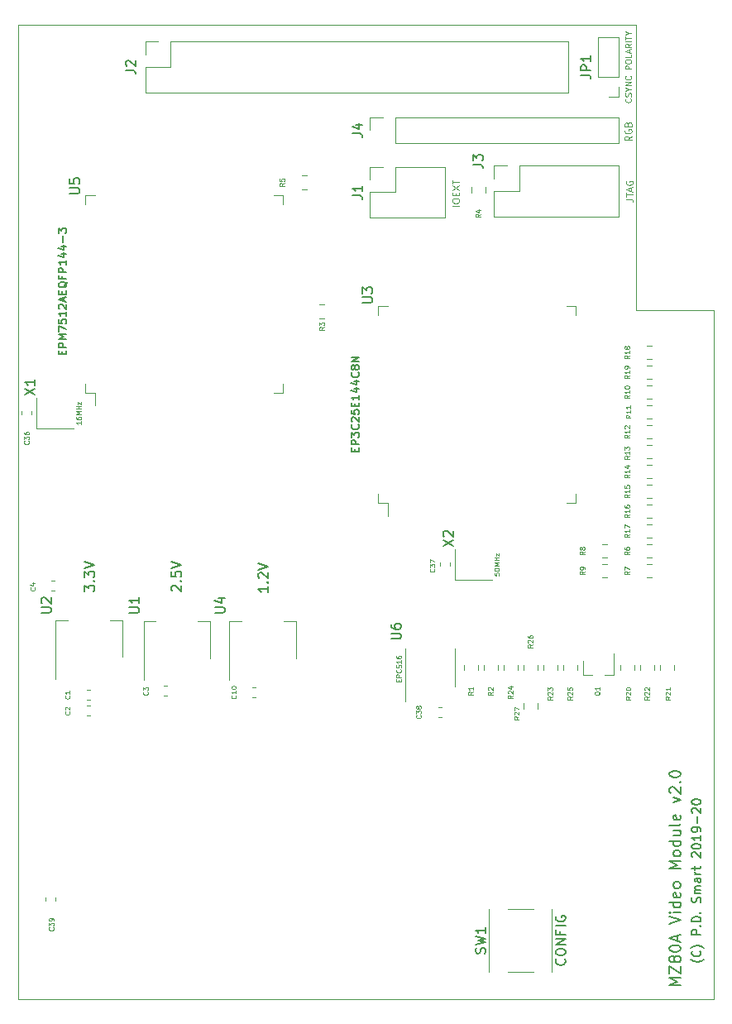
<source format=gbr>
G04 #@! TF.GenerationSoftware,KiCad,Pcbnew,(5.1.2-1)-1*
G04 #@! TF.CreationDate,2020-07-05T10:41:52+01:00*
G04 #@! TF.ProjectId,MZ80-80CLR,4d5a3830-2d38-4304-934c-522e6b696361,rev?*
G04 #@! TF.SameCoordinates,Original*
G04 #@! TF.FileFunction,Legend,Top*
G04 #@! TF.FilePolarity,Positive*
%FSLAX46Y46*%
G04 Gerber Fmt 4.6, Leading zero omitted, Abs format (unit mm)*
G04 Created by KiCad (PCBNEW (5.1.2-1)-1) date 2020-07-05 10:41:52*
%MOMM*%
%LPD*%
G04 APERTURE LIST*
%ADD10C,0.150000*%
%ADD11C,0.120000*%
%ADD12C,0.200000*%
%ADD13C,0.100000*%
G04 APERTURE END LIST*
D10*
X96210380Y-90646142D02*
X96210380Y-91217571D01*
X96210380Y-90931857D02*
X95210380Y-90931857D01*
X95353238Y-91027095D01*
X95448476Y-91122333D01*
X95496095Y-91217571D01*
X96115142Y-90217571D02*
X96162761Y-90169952D01*
X96210380Y-90217571D01*
X96162761Y-90265190D01*
X96115142Y-90217571D01*
X96210380Y-90217571D01*
X95305619Y-89789000D02*
X95258000Y-89741380D01*
X95210380Y-89646142D01*
X95210380Y-89408047D01*
X95258000Y-89312809D01*
X95305619Y-89265190D01*
X95400857Y-89217571D01*
X95496095Y-89217571D01*
X95638952Y-89265190D01*
X96210380Y-89836619D01*
X96210380Y-89217571D01*
X95210380Y-88931857D02*
X96210380Y-88598523D01*
X95210380Y-88265190D01*
X86415619Y-91090571D02*
X86368000Y-91042952D01*
X86320380Y-90947714D01*
X86320380Y-90709619D01*
X86368000Y-90614380D01*
X86415619Y-90566761D01*
X86510857Y-90519142D01*
X86606095Y-90519142D01*
X86748952Y-90566761D01*
X87320380Y-91138190D01*
X87320380Y-90519142D01*
X87225142Y-90090571D02*
X87272761Y-90042952D01*
X87320380Y-90090571D01*
X87272761Y-90138190D01*
X87225142Y-90090571D01*
X87320380Y-90090571D01*
X86320380Y-89138190D02*
X86320380Y-89614380D01*
X86796571Y-89662000D01*
X86748952Y-89614380D01*
X86701333Y-89519142D01*
X86701333Y-89281047D01*
X86748952Y-89185809D01*
X86796571Y-89138190D01*
X86891809Y-89090571D01*
X87129904Y-89090571D01*
X87225142Y-89138190D01*
X87272761Y-89185809D01*
X87320380Y-89281047D01*
X87320380Y-89519142D01*
X87272761Y-89614380D01*
X87225142Y-89662000D01*
X86320380Y-88804857D02*
X87320380Y-88471523D01*
X86320380Y-88138190D01*
X77430380Y-91138190D02*
X77430380Y-90519142D01*
X77811333Y-90852476D01*
X77811333Y-90709619D01*
X77858952Y-90614380D01*
X77906571Y-90566761D01*
X78001809Y-90519142D01*
X78239904Y-90519142D01*
X78335142Y-90566761D01*
X78382761Y-90614380D01*
X78430380Y-90709619D01*
X78430380Y-90995333D01*
X78382761Y-91090571D01*
X78335142Y-91138190D01*
X78335142Y-90090571D02*
X78382761Y-90042952D01*
X78430380Y-90090571D01*
X78382761Y-90138190D01*
X78335142Y-90090571D01*
X78430380Y-90090571D01*
X77430380Y-89709619D02*
X77430380Y-89090571D01*
X77811333Y-89423904D01*
X77811333Y-89281047D01*
X77858952Y-89185809D01*
X77906571Y-89138190D01*
X78001809Y-89090571D01*
X78239904Y-89090571D01*
X78335142Y-89138190D01*
X78382761Y-89185809D01*
X78430380Y-89281047D01*
X78430380Y-89566761D01*
X78382761Y-89662000D01*
X78335142Y-89709619D01*
X77430380Y-88804857D02*
X78430380Y-88471523D01*
X77430380Y-88138190D01*
D11*
X133858000Y-62357000D02*
X133858000Y-33131000D01*
X141859000Y-62357000D02*
X133858000Y-62357000D01*
X141859000Y-132874000D02*
X141859000Y-62357000D01*
X70612000Y-132874000D02*
X141859000Y-132874000D01*
X70612000Y-33131000D02*
X70612000Y-132874000D01*
X133858000Y-33131000D02*
X70612000Y-33131000D01*
D12*
X140831000Y-128812714D02*
X140788142Y-128855571D01*
X140659571Y-128941285D01*
X140573857Y-128984142D01*
X140445285Y-129027000D01*
X140231000Y-129069857D01*
X140059571Y-129069857D01*
X139845285Y-129027000D01*
X139716714Y-128984142D01*
X139631000Y-128941285D01*
X139502428Y-128855571D01*
X139459571Y-128812714D01*
X140402428Y-127955571D02*
X140445285Y-127998428D01*
X140488142Y-128127000D01*
X140488142Y-128212714D01*
X140445285Y-128341285D01*
X140359571Y-128427000D01*
X140273857Y-128469857D01*
X140102428Y-128512714D01*
X139973857Y-128512714D01*
X139802428Y-128469857D01*
X139716714Y-128427000D01*
X139631000Y-128341285D01*
X139588142Y-128212714D01*
X139588142Y-128127000D01*
X139631000Y-127998428D01*
X139673857Y-127955571D01*
X140831000Y-127655571D02*
X140788142Y-127612714D01*
X140659571Y-127527000D01*
X140573857Y-127484142D01*
X140445285Y-127441285D01*
X140231000Y-127398428D01*
X140059571Y-127398428D01*
X139845285Y-127441285D01*
X139716714Y-127484142D01*
X139631000Y-127527000D01*
X139502428Y-127612714D01*
X139459571Y-127655571D01*
X140488142Y-126284142D02*
X139588142Y-126284142D01*
X139588142Y-125941285D01*
X139631000Y-125855571D01*
X139673857Y-125812714D01*
X139759571Y-125769857D01*
X139888142Y-125769857D01*
X139973857Y-125812714D01*
X140016714Y-125855571D01*
X140059571Y-125941285D01*
X140059571Y-126284142D01*
X140402428Y-125384142D02*
X140445285Y-125341285D01*
X140488142Y-125384142D01*
X140445285Y-125427000D01*
X140402428Y-125384142D01*
X140488142Y-125384142D01*
X140488142Y-124955571D02*
X139588142Y-124955571D01*
X139588142Y-124741285D01*
X139631000Y-124612714D01*
X139716714Y-124527000D01*
X139802428Y-124484142D01*
X139973857Y-124441285D01*
X140102428Y-124441285D01*
X140273857Y-124484142D01*
X140359571Y-124527000D01*
X140445285Y-124612714D01*
X140488142Y-124741285D01*
X140488142Y-124955571D01*
X140402428Y-124055571D02*
X140445285Y-124012714D01*
X140488142Y-124055571D01*
X140445285Y-124098428D01*
X140402428Y-124055571D01*
X140488142Y-124055571D01*
X140445285Y-122984142D02*
X140488142Y-122855571D01*
X140488142Y-122641285D01*
X140445285Y-122555571D01*
X140402428Y-122512714D01*
X140316714Y-122469857D01*
X140231000Y-122469857D01*
X140145285Y-122512714D01*
X140102428Y-122555571D01*
X140059571Y-122641285D01*
X140016714Y-122812714D01*
X139973857Y-122898428D01*
X139931000Y-122941285D01*
X139845285Y-122984142D01*
X139759571Y-122984142D01*
X139673857Y-122941285D01*
X139631000Y-122898428D01*
X139588142Y-122812714D01*
X139588142Y-122598428D01*
X139631000Y-122469857D01*
X140488142Y-122084142D02*
X139888142Y-122084142D01*
X139973857Y-122084142D02*
X139931000Y-122041285D01*
X139888142Y-121955571D01*
X139888142Y-121827000D01*
X139931000Y-121741285D01*
X140016714Y-121698428D01*
X140488142Y-121698428D01*
X140016714Y-121698428D02*
X139931000Y-121655571D01*
X139888142Y-121569857D01*
X139888142Y-121441285D01*
X139931000Y-121355571D01*
X140016714Y-121312714D01*
X140488142Y-121312714D01*
X140488142Y-120498428D02*
X140016714Y-120498428D01*
X139931000Y-120541285D01*
X139888142Y-120627000D01*
X139888142Y-120798428D01*
X139931000Y-120884142D01*
X140445285Y-120498428D02*
X140488142Y-120584142D01*
X140488142Y-120798428D01*
X140445285Y-120884142D01*
X140359571Y-120927000D01*
X140273857Y-120927000D01*
X140188142Y-120884142D01*
X140145285Y-120798428D01*
X140145285Y-120584142D01*
X140102428Y-120498428D01*
X140488142Y-120069857D02*
X139888142Y-120069857D01*
X140059571Y-120069857D02*
X139973857Y-120027000D01*
X139931000Y-119984142D01*
X139888142Y-119898428D01*
X139888142Y-119812714D01*
X139888142Y-119641285D02*
X139888142Y-119298428D01*
X139588142Y-119512714D02*
X140359571Y-119512714D01*
X140445285Y-119469857D01*
X140488142Y-119384142D01*
X140488142Y-119298428D01*
X139673857Y-118355571D02*
X139631000Y-118312714D01*
X139588142Y-118227000D01*
X139588142Y-118012714D01*
X139631000Y-117927000D01*
X139673857Y-117884142D01*
X139759571Y-117841285D01*
X139845285Y-117841285D01*
X139973857Y-117884142D01*
X140488142Y-118398428D01*
X140488142Y-117841285D01*
X139588142Y-117284142D02*
X139588142Y-117198428D01*
X139631000Y-117112714D01*
X139673857Y-117069857D01*
X139759571Y-117027000D01*
X139931000Y-116984142D01*
X140145285Y-116984142D01*
X140316714Y-117027000D01*
X140402428Y-117069857D01*
X140445285Y-117112714D01*
X140488142Y-117198428D01*
X140488142Y-117284142D01*
X140445285Y-117369857D01*
X140402428Y-117412714D01*
X140316714Y-117455571D01*
X140145285Y-117498428D01*
X139931000Y-117498428D01*
X139759571Y-117455571D01*
X139673857Y-117412714D01*
X139631000Y-117369857D01*
X139588142Y-117284142D01*
X140488142Y-116127000D02*
X140488142Y-116641285D01*
X140488142Y-116384142D02*
X139588142Y-116384142D01*
X139716714Y-116469857D01*
X139802428Y-116555571D01*
X139845285Y-116641285D01*
X140488142Y-115698428D02*
X140488142Y-115527000D01*
X140445285Y-115441285D01*
X140402428Y-115398428D01*
X140273857Y-115312714D01*
X140102428Y-115269857D01*
X139759571Y-115269857D01*
X139673857Y-115312714D01*
X139631000Y-115355571D01*
X139588142Y-115441285D01*
X139588142Y-115612714D01*
X139631000Y-115698428D01*
X139673857Y-115741285D01*
X139759571Y-115784142D01*
X139973857Y-115784142D01*
X140059571Y-115741285D01*
X140102428Y-115698428D01*
X140145285Y-115612714D01*
X140145285Y-115441285D01*
X140102428Y-115355571D01*
X140059571Y-115312714D01*
X139973857Y-115269857D01*
X140145285Y-114884142D02*
X140145285Y-114198428D01*
X139673857Y-113812714D02*
X139631000Y-113769857D01*
X139588142Y-113684142D01*
X139588142Y-113469857D01*
X139631000Y-113384142D01*
X139673857Y-113341285D01*
X139759571Y-113298428D01*
X139845285Y-113298428D01*
X139973857Y-113341285D01*
X140488142Y-113855571D01*
X140488142Y-113298428D01*
X139588142Y-112741285D02*
X139588142Y-112655571D01*
X139631000Y-112569857D01*
X139673857Y-112527000D01*
X139759571Y-112484142D01*
X139931000Y-112441285D01*
X140145285Y-112441285D01*
X140316714Y-112484142D01*
X140402428Y-112527000D01*
X140445285Y-112569857D01*
X140488142Y-112655571D01*
X140488142Y-112741285D01*
X140445285Y-112827000D01*
X140402428Y-112869857D01*
X140316714Y-112912714D01*
X140145285Y-112955571D01*
X139931000Y-112955571D01*
X139759571Y-112912714D01*
X139673857Y-112869857D01*
X139631000Y-112827000D01*
X139588142Y-112741285D01*
X138442238Y-131475380D02*
X137292238Y-131475380D01*
X138113666Y-131092047D01*
X137292238Y-130708714D01*
X138442238Y-130708714D01*
X137292238Y-130270619D02*
X137292238Y-129503952D01*
X138442238Y-130270619D01*
X138442238Y-129503952D01*
X137785095Y-128901571D02*
X137730333Y-129011095D01*
X137675571Y-129065857D01*
X137566047Y-129120619D01*
X137511285Y-129120619D01*
X137401761Y-129065857D01*
X137347000Y-129011095D01*
X137292238Y-128901571D01*
X137292238Y-128682523D01*
X137347000Y-128573000D01*
X137401761Y-128518238D01*
X137511285Y-128463476D01*
X137566047Y-128463476D01*
X137675571Y-128518238D01*
X137730333Y-128573000D01*
X137785095Y-128682523D01*
X137785095Y-128901571D01*
X137839857Y-129011095D01*
X137894619Y-129065857D01*
X138004142Y-129120619D01*
X138223190Y-129120619D01*
X138332714Y-129065857D01*
X138387476Y-129011095D01*
X138442238Y-128901571D01*
X138442238Y-128682523D01*
X138387476Y-128573000D01*
X138332714Y-128518238D01*
X138223190Y-128463476D01*
X138004142Y-128463476D01*
X137894619Y-128518238D01*
X137839857Y-128573000D01*
X137785095Y-128682523D01*
X137292238Y-127751571D02*
X137292238Y-127642047D01*
X137347000Y-127532523D01*
X137401761Y-127477761D01*
X137511285Y-127423000D01*
X137730333Y-127368238D01*
X138004142Y-127368238D01*
X138223190Y-127423000D01*
X138332714Y-127477761D01*
X138387476Y-127532523D01*
X138442238Y-127642047D01*
X138442238Y-127751571D01*
X138387476Y-127861095D01*
X138332714Y-127915857D01*
X138223190Y-127970619D01*
X138004142Y-128025380D01*
X137730333Y-128025380D01*
X137511285Y-127970619D01*
X137401761Y-127915857D01*
X137347000Y-127861095D01*
X137292238Y-127751571D01*
X138113666Y-126930142D02*
X138113666Y-126382523D01*
X138442238Y-127039666D02*
X137292238Y-126656333D01*
X138442238Y-126273000D01*
X137292238Y-125177761D02*
X138442238Y-124794428D01*
X137292238Y-124411095D01*
X138442238Y-124027761D02*
X137675571Y-124027761D01*
X137292238Y-124027761D02*
X137347000Y-124082523D01*
X137401761Y-124027761D01*
X137347000Y-123973000D01*
X137292238Y-124027761D01*
X137401761Y-124027761D01*
X138442238Y-122987285D02*
X137292238Y-122987285D01*
X138387476Y-122987285D02*
X138442238Y-123096809D01*
X138442238Y-123315857D01*
X138387476Y-123425380D01*
X138332714Y-123480142D01*
X138223190Y-123534904D01*
X137894619Y-123534904D01*
X137785095Y-123480142D01*
X137730333Y-123425380D01*
X137675571Y-123315857D01*
X137675571Y-123096809D01*
X137730333Y-122987285D01*
X138387476Y-122001571D02*
X138442238Y-122111095D01*
X138442238Y-122330142D01*
X138387476Y-122439666D01*
X138277952Y-122494428D01*
X137839857Y-122494428D01*
X137730333Y-122439666D01*
X137675571Y-122330142D01*
X137675571Y-122111095D01*
X137730333Y-122001571D01*
X137839857Y-121946809D01*
X137949380Y-121946809D01*
X138058904Y-122494428D01*
X138442238Y-121289666D02*
X138387476Y-121399190D01*
X138332714Y-121453952D01*
X138223190Y-121508714D01*
X137894619Y-121508714D01*
X137785095Y-121453952D01*
X137730333Y-121399190D01*
X137675571Y-121289666D01*
X137675571Y-121125380D01*
X137730333Y-121015857D01*
X137785095Y-120961095D01*
X137894619Y-120906333D01*
X138223190Y-120906333D01*
X138332714Y-120961095D01*
X138387476Y-121015857D01*
X138442238Y-121125380D01*
X138442238Y-121289666D01*
X138442238Y-119537285D02*
X137292238Y-119537285D01*
X138113666Y-119153952D01*
X137292238Y-118770619D01*
X138442238Y-118770619D01*
X138442238Y-118058714D02*
X138387476Y-118168238D01*
X138332714Y-118223000D01*
X138223190Y-118277761D01*
X137894619Y-118277761D01*
X137785095Y-118223000D01*
X137730333Y-118168238D01*
X137675571Y-118058714D01*
X137675571Y-117894428D01*
X137730333Y-117784904D01*
X137785095Y-117730142D01*
X137894619Y-117675380D01*
X138223190Y-117675380D01*
X138332714Y-117730142D01*
X138387476Y-117784904D01*
X138442238Y-117894428D01*
X138442238Y-118058714D01*
X138442238Y-116689666D02*
X137292238Y-116689666D01*
X138387476Y-116689666D02*
X138442238Y-116799190D01*
X138442238Y-117018238D01*
X138387476Y-117127761D01*
X138332714Y-117182523D01*
X138223190Y-117237285D01*
X137894619Y-117237285D01*
X137785095Y-117182523D01*
X137730333Y-117127761D01*
X137675571Y-117018238D01*
X137675571Y-116799190D01*
X137730333Y-116689666D01*
X137675571Y-115649190D02*
X138442238Y-115649190D01*
X137675571Y-116142047D02*
X138277952Y-116142047D01*
X138387476Y-116087285D01*
X138442238Y-115977761D01*
X138442238Y-115813476D01*
X138387476Y-115703952D01*
X138332714Y-115649190D01*
X138442238Y-114937285D02*
X138387476Y-115046809D01*
X138277952Y-115101571D01*
X137292238Y-115101571D01*
X138387476Y-114061095D02*
X138442238Y-114170619D01*
X138442238Y-114389666D01*
X138387476Y-114499190D01*
X138277952Y-114553952D01*
X137839857Y-114553952D01*
X137730333Y-114499190D01*
X137675571Y-114389666D01*
X137675571Y-114170619D01*
X137730333Y-114061095D01*
X137839857Y-114006333D01*
X137949380Y-114006333D01*
X138058904Y-114553952D01*
X137675571Y-112746809D02*
X138442238Y-112473000D01*
X137675571Y-112199190D01*
X137401761Y-111815857D02*
X137347000Y-111761095D01*
X137292238Y-111651571D01*
X137292238Y-111377761D01*
X137347000Y-111268238D01*
X137401761Y-111213476D01*
X137511285Y-111158714D01*
X137620809Y-111158714D01*
X137785095Y-111213476D01*
X138442238Y-111870619D01*
X138442238Y-111158714D01*
X138332714Y-110665857D02*
X138387476Y-110611095D01*
X138442238Y-110665857D01*
X138387476Y-110720619D01*
X138332714Y-110665857D01*
X138442238Y-110665857D01*
X137292238Y-109899190D02*
X137292238Y-109789666D01*
X137347000Y-109680142D01*
X137401761Y-109625380D01*
X137511285Y-109570619D01*
X137730333Y-109515857D01*
X138004142Y-109515857D01*
X138223190Y-109570619D01*
X138332714Y-109625380D01*
X138387476Y-109680142D01*
X138442238Y-109789666D01*
X138442238Y-109899190D01*
X138387476Y-110008714D01*
X138332714Y-110063476D01*
X138223190Y-110118238D01*
X138004142Y-110173000D01*
X137730333Y-110173000D01*
X137511285Y-110118238D01*
X137401761Y-110063476D01*
X137347000Y-110008714D01*
X137292238Y-109899190D01*
D11*
X125277000Y-130103000D02*
X125277000Y-123643000D01*
X120747000Y-130103000D02*
X123347000Y-130103000D01*
X118817000Y-130103000D02*
X118817000Y-123643000D01*
X120747000Y-123643000D02*
X123347000Y-123643000D01*
X118847000Y-130103000D02*
X118817000Y-130103000D01*
X125277000Y-130103000D02*
X125247000Y-130103000D01*
X125277000Y-123643000D02*
X125247000Y-123643000D01*
X118817000Y-123643000D02*
X118847000Y-123643000D01*
X128468000Y-99693000D02*
X128468000Y-98233000D01*
X131628000Y-99693000D02*
X131628000Y-97533000D01*
X131628000Y-99693000D02*
X130698000Y-99693000D01*
X128468000Y-99693000D02*
X129398000Y-99693000D01*
X127708000Y-62854500D02*
X127708000Y-61904500D01*
X127708000Y-61904500D02*
X126758000Y-61904500D01*
X127708000Y-81174500D02*
X127708000Y-82124500D01*
X127708000Y-82124500D02*
X126758000Y-82124500D01*
X107488000Y-62854500D02*
X107488000Y-61904500D01*
X107488000Y-61904500D02*
X108438000Y-61904500D01*
X107488000Y-81174500D02*
X107488000Y-82124500D01*
X107488000Y-82124500D02*
X108438000Y-82124500D01*
X108438000Y-82124500D02*
X108438000Y-83414500D01*
X106620000Y-43942000D02*
X106620000Y-42612000D01*
X106620000Y-42612000D02*
X107950000Y-42612000D01*
X109220000Y-42612000D02*
X132140000Y-42612000D01*
X132140000Y-45272000D02*
X132140000Y-42612000D01*
X109220000Y-45272000D02*
X132140000Y-45272000D01*
X109220000Y-45272000D02*
X109220000Y-42612000D01*
X78022267Y-102868000D02*
X77679733Y-102868000D01*
X78022267Y-103888000D02*
X77679733Y-103888000D01*
X74441000Y-100112000D02*
X74441000Y-94102000D01*
X81261000Y-97862000D02*
X81261000Y-94102000D01*
X74441000Y-94102000D02*
X75701000Y-94102000D01*
X81261000Y-94102000D02*
X80001000Y-94102000D01*
X78470000Y-70816000D02*
X78470000Y-72106000D01*
X97740000Y-50596000D02*
X96790000Y-50596000D01*
X97740000Y-51546000D02*
X97740000Y-50596000D01*
X97740000Y-70816000D02*
X96790000Y-70816000D01*
X97740000Y-69866000D02*
X97740000Y-70816000D01*
X77520000Y-50596000D02*
X78470000Y-50596000D01*
X77520000Y-51546000D02*
X77520000Y-50596000D01*
X77520000Y-70816000D02*
X78470000Y-70816000D01*
X77520000Y-69866000D02*
X77520000Y-70816000D01*
X115321000Y-86817000D02*
X115321000Y-89967000D01*
X115321000Y-89967000D02*
X119121000Y-89967000D01*
X72522000Y-71323000D02*
X72522000Y-74473000D01*
X72522000Y-74473000D02*
X76322000Y-74473000D01*
X110216000Y-98933000D02*
X110216000Y-102383000D01*
X110216000Y-98933000D02*
X110216000Y-96983000D01*
X115336000Y-98933000D02*
X115336000Y-100883000D01*
X115336000Y-98933000D02*
X115336000Y-96983000D01*
X122353000Y-102608748D02*
X122353000Y-103131252D01*
X123773000Y-102608748D02*
X123773000Y-103131252D01*
X123773000Y-99194252D02*
X123773000Y-98671748D01*
X122353000Y-99194252D02*
X122353000Y-98671748D01*
X126417000Y-98671748D02*
X126417000Y-99194252D01*
X127837000Y-98671748D02*
X127837000Y-99194252D01*
X121741000Y-99194252D02*
X121741000Y-98671748D01*
X120321000Y-99194252D02*
X120321000Y-98671748D01*
X125805000Y-99194252D02*
X125805000Y-98671748D01*
X124385000Y-99194252D02*
X124385000Y-98671748D01*
X135711000Y-99194252D02*
X135711000Y-98671748D01*
X134291000Y-99194252D02*
X134291000Y-98671748D01*
X137743000Y-99194252D02*
X137743000Y-98671748D01*
X136323000Y-99194252D02*
X136323000Y-98671748D01*
X133679000Y-99194252D02*
X133679000Y-98671748D01*
X132259000Y-99194252D02*
X132259000Y-98671748D01*
X135516252Y-67997000D02*
X134993748Y-67997000D01*
X135516252Y-69417000D02*
X134993748Y-69417000D01*
X135516252Y-65965000D02*
X134993748Y-65965000D01*
X135516252Y-67385000D02*
X134993748Y-67385000D01*
X135516252Y-84253000D02*
X134993748Y-84253000D01*
X135516252Y-85673000D02*
X134993748Y-85673000D01*
X135516252Y-82221000D02*
X134993748Y-82221000D01*
X135516252Y-83641000D02*
X134993748Y-83641000D01*
X135516252Y-80189000D02*
X134993748Y-80189000D01*
X135516252Y-81609000D02*
X134993748Y-81609000D01*
X135516252Y-78157000D02*
X134993748Y-78157000D01*
X135516252Y-79577000D02*
X134993748Y-79577000D01*
X135516252Y-76125000D02*
X134993748Y-76125000D01*
X135516252Y-77545000D02*
X134993748Y-77545000D01*
X135516252Y-74093000D02*
X134993748Y-74093000D01*
X135516252Y-75513000D02*
X134993748Y-75513000D01*
X135516252Y-72061000D02*
X134993748Y-72061000D01*
X135516252Y-73481000D02*
X134993748Y-73481000D01*
X135516252Y-70029000D02*
X134993748Y-70029000D01*
X135516252Y-71449000D02*
X134993748Y-71449000D01*
X130944252Y-88317000D02*
X130421748Y-88317000D01*
X130944252Y-89737000D02*
X130421748Y-89737000D01*
X130944252Y-86285000D02*
X130421748Y-86285000D01*
X130944252Y-87705000D02*
X130421748Y-87705000D01*
X135516252Y-88317000D02*
X134993748Y-88317000D01*
X135516252Y-89737000D02*
X134993748Y-89737000D01*
X135516252Y-86285000D02*
X134993748Y-86285000D01*
X135516252Y-87705000D02*
X134993748Y-87705000D01*
X99687748Y-48566000D02*
X100210252Y-48566000D01*
X99687748Y-49986000D02*
X100210252Y-49986000D01*
X117019000Y-50299252D02*
X117019000Y-49776748D01*
X118439000Y-50299252D02*
X118439000Y-49776748D01*
X101465748Y-63194000D02*
X101988252Y-63194000D01*
X101465748Y-61774000D02*
X101988252Y-61774000D01*
X119709000Y-99194252D02*
X119709000Y-98671748D01*
X118289000Y-99194252D02*
X118289000Y-98671748D01*
X117677000Y-99194252D02*
X117677000Y-98671748D01*
X116257000Y-99194252D02*
X116257000Y-98671748D01*
X132124000Y-40557000D02*
X131064000Y-40557000D01*
X132124000Y-39497000D02*
X132124000Y-40557000D01*
X132124000Y-38497000D02*
X130004000Y-38497000D01*
X130004000Y-38497000D02*
X130004000Y-34437000D01*
X132124000Y-38497000D02*
X132124000Y-34437000D01*
X132124000Y-34437000D02*
X130004000Y-34437000D01*
X119320000Y-52765000D02*
X119320000Y-50165000D01*
X119320000Y-52765000D02*
X132140000Y-52765000D01*
X132140000Y-52765000D02*
X132140000Y-47565000D01*
X121920000Y-47565000D02*
X132140000Y-47565000D01*
X121920000Y-50165000D02*
X121920000Y-47565000D01*
X119320000Y-50165000D02*
X121920000Y-50165000D01*
X119320000Y-47565000D02*
X120650000Y-47565000D01*
X119320000Y-48895000D02*
X119320000Y-47565000D01*
X74424000Y-122853267D02*
X74424000Y-122510733D01*
X73404000Y-122853267D02*
X73404000Y-122510733D01*
X113620733Y-104015000D02*
X113963267Y-104015000D01*
X113620733Y-102995000D02*
X113963267Y-102995000D01*
X114810000Y-88220733D02*
X114810000Y-88563267D01*
X113790000Y-88220733D02*
X113790000Y-88563267D01*
X72011000Y-72726733D02*
X72011000Y-73069267D01*
X70991000Y-72726733D02*
X70991000Y-73069267D01*
X92221000Y-100239000D02*
X92221000Y-94229000D01*
X99041000Y-97989000D02*
X99041000Y-94229000D01*
X92221000Y-94229000D02*
X93481000Y-94229000D01*
X99041000Y-94229000D02*
X97781000Y-94229000D01*
X83458000Y-100239000D02*
X83458000Y-94229000D01*
X90278000Y-97989000D02*
X90278000Y-94229000D01*
X83458000Y-94229000D02*
X84718000Y-94229000D01*
X90278000Y-94229000D02*
X89018000Y-94229000D01*
X83633000Y-36195000D02*
X83633000Y-34865000D01*
X83633000Y-34865000D02*
X84963000Y-34865000D01*
X83633000Y-37465000D02*
X86233000Y-37465000D01*
X86233000Y-37465000D02*
X86233000Y-34865000D01*
X86233000Y-34865000D02*
X126933000Y-34865000D01*
X126933000Y-40065000D02*
X126933000Y-34865000D01*
X83633000Y-40065000D02*
X126933000Y-40065000D01*
X83633000Y-40065000D02*
X83633000Y-37465000D01*
X106620000Y-49022000D02*
X106620000Y-47692000D01*
X106620000Y-47692000D02*
X107950000Y-47692000D01*
X106620000Y-50292000D02*
X109220000Y-50292000D01*
X109220000Y-50292000D02*
X109220000Y-47692000D01*
X109220000Y-47692000D02*
X114360000Y-47692000D01*
X114360000Y-52892000D02*
X114360000Y-47692000D01*
X106620000Y-52892000D02*
X114360000Y-52892000D01*
X106620000Y-52892000D02*
X106620000Y-50292000D01*
X94913267Y-100963000D02*
X94570733Y-100963000D01*
X94913267Y-101983000D02*
X94570733Y-101983000D01*
X74339267Y-90041000D02*
X73996733Y-90041000D01*
X74339267Y-91061000D02*
X73996733Y-91061000D01*
X85896267Y-100836000D02*
X85553733Y-100836000D01*
X85896267Y-101856000D02*
X85553733Y-101856000D01*
X78022267Y-101217000D02*
X77679733Y-101217000D01*
X78022267Y-102237000D02*
X77679733Y-102237000D01*
D10*
X118401761Y-128206333D02*
X118449380Y-128063476D01*
X118449380Y-127825380D01*
X118401761Y-127730142D01*
X118354142Y-127682523D01*
X118258904Y-127634904D01*
X118163666Y-127634904D01*
X118068428Y-127682523D01*
X118020809Y-127730142D01*
X117973190Y-127825380D01*
X117925571Y-128015857D01*
X117877952Y-128111095D01*
X117830333Y-128158714D01*
X117735095Y-128206333D01*
X117639857Y-128206333D01*
X117544619Y-128158714D01*
X117497000Y-128111095D01*
X117449380Y-128015857D01*
X117449380Y-127777761D01*
X117497000Y-127634904D01*
X117449380Y-127301571D02*
X118449380Y-127063476D01*
X117735095Y-126873000D01*
X118449380Y-126682523D01*
X117449380Y-126444428D01*
X118449380Y-125539666D02*
X118449380Y-126111095D01*
X118449380Y-125825380D02*
X117449380Y-125825380D01*
X117592238Y-125920619D01*
X117687476Y-126015857D01*
X117735095Y-126111095D01*
X126554142Y-128777761D02*
X126601761Y-128825380D01*
X126649380Y-128968238D01*
X126649380Y-129063476D01*
X126601761Y-129206333D01*
X126506523Y-129301571D01*
X126411285Y-129349190D01*
X126220809Y-129396809D01*
X126077952Y-129396809D01*
X125887476Y-129349190D01*
X125792238Y-129301571D01*
X125697000Y-129206333D01*
X125649380Y-129063476D01*
X125649380Y-128968238D01*
X125697000Y-128825380D01*
X125744619Y-128777761D01*
X125649380Y-128158714D02*
X125649380Y-127968238D01*
X125697000Y-127873000D01*
X125792238Y-127777761D01*
X125982714Y-127730142D01*
X126316047Y-127730142D01*
X126506523Y-127777761D01*
X126601761Y-127873000D01*
X126649380Y-127968238D01*
X126649380Y-128158714D01*
X126601761Y-128253952D01*
X126506523Y-128349190D01*
X126316047Y-128396809D01*
X125982714Y-128396809D01*
X125792238Y-128349190D01*
X125697000Y-128253952D01*
X125649380Y-128158714D01*
X126649380Y-127301571D02*
X125649380Y-127301571D01*
X126649380Y-126730142D01*
X125649380Y-126730142D01*
X126125571Y-125920619D02*
X126125571Y-126253952D01*
X126649380Y-126253952D02*
X125649380Y-126253952D01*
X125649380Y-125777761D01*
X126649380Y-125396809D02*
X125649380Y-125396809D01*
X125697000Y-124396809D02*
X125649380Y-124492047D01*
X125649380Y-124634904D01*
X125697000Y-124777761D01*
X125792238Y-124873000D01*
X125887476Y-124920619D01*
X126077952Y-124968238D01*
X126220809Y-124968238D01*
X126411285Y-124920619D01*
X126506523Y-124873000D01*
X126601761Y-124777761D01*
X126649380Y-124634904D01*
X126649380Y-124539666D01*
X126601761Y-124396809D01*
X126554142Y-124349190D01*
X126220809Y-124349190D01*
X126220809Y-124539666D01*
D13*
X130194809Y-101393619D02*
X130171000Y-101441238D01*
X130123380Y-101488857D01*
X130051952Y-101560285D01*
X130028142Y-101607904D01*
X130028142Y-101655523D01*
X130147190Y-101631714D02*
X130123380Y-101679333D01*
X130075761Y-101726952D01*
X129980523Y-101750761D01*
X129813857Y-101750761D01*
X129718619Y-101726952D01*
X129671000Y-101679333D01*
X129647190Y-101631714D01*
X129647190Y-101536476D01*
X129671000Y-101488857D01*
X129718619Y-101441238D01*
X129813857Y-101417428D01*
X129980523Y-101417428D01*
X130075761Y-101441238D01*
X130123380Y-101488857D01*
X130147190Y-101536476D01*
X130147190Y-101631714D01*
X130147190Y-100941238D02*
X130147190Y-101226952D01*
X130147190Y-101084095D02*
X129647190Y-101084095D01*
X129718619Y-101131714D01*
X129766238Y-101179333D01*
X129790047Y-101226952D01*
D10*
X105878380Y-61594904D02*
X106687904Y-61594904D01*
X106783142Y-61547285D01*
X106830761Y-61499666D01*
X106878380Y-61404428D01*
X106878380Y-61213952D01*
X106830761Y-61118714D01*
X106783142Y-61071095D01*
X106687904Y-61023476D01*
X105878380Y-61023476D01*
X105878380Y-60642523D02*
X105878380Y-60023476D01*
X106259333Y-60356809D01*
X106259333Y-60213952D01*
X106306952Y-60118714D01*
X106354571Y-60071095D01*
X106449809Y-60023476D01*
X106687904Y-60023476D01*
X106783142Y-60071095D01*
X106830761Y-60118714D01*
X106878380Y-60213952D01*
X106878380Y-60499666D01*
X106830761Y-60594904D01*
X106783142Y-60642523D01*
X105098857Y-76828047D02*
X105098857Y-76561380D01*
X105517904Y-76447095D02*
X105517904Y-76828047D01*
X104717904Y-76828047D01*
X104717904Y-76447095D01*
X105517904Y-76104238D02*
X104717904Y-76104238D01*
X104717904Y-75799476D01*
X104756000Y-75723285D01*
X104794095Y-75685190D01*
X104870285Y-75647095D01*
X104984571Y-75647095D01*
X105060761Y-75685190D01*
X105098857Y-75723285D01*
X105136952Y-75799476D01*
X105136952Y-76104238D01*
X104717904Y-75380428D02*
X104717904Y-74885190D01*
X105022666Y-75151857D01*
X105022666Y-75037571D01*
X105060761Y-74961380D01*
X105098857Y-74923285D01*
X105175047Y-74885190D01*
X105365523Y-74885190D01*
X105441714Y-74923285D01*
X105479809Y-74961380D01*
X105517904Y-75037571D01*
X105517904Y-75266142D01*
X105479809Y-75342333D01*
X105441714Y-75380428D01*
X105441714Y-74085190D02*
X105479809Y-74123285D01*
X105517904Y-74237571D01*
X105517904Y-74313761D01*
X105479809Y-74428047D01*
X105403619Y-74504238D01*
X105327428Y-74542333D01*
X105175047Y-74580428D01*
X105060761Y-74580428D01*
X104908380Y-74542333D01*
X104832190Y-74504238D01*
X104756000Y-74428047D01*
X104717904Y-74313761D01*
X104717904Y-74237571D01*
X104756000Y-74123285D01*
X104794095Y-74085190D01*
X104794095Y-73780428D02*
X104756000Y-73742333D01*
X104717904Y-73666142D01*
X104717904Y-73475666D01*
X104756000Y-73399476D01*
X104794095Y-73361380D01*
X104870285Y-73323285D01*
X104946476Y-73323285D01*
X105060761Y-73361380D01*
X105517904Y-73818523D01*
X105517904Y-73323285D01*
X104717904Y-72599476D02*
X104717904Y-72980428D01*
X105098857Y-73018523D01*
X105060761Y-72980428D01*
X105022666Y-72904238D01*
X105022666Y-72713761D01*
X105060761Y-72637571D01*
X105098857Y-72599476D01*
X105175047Y-72561380D01*
X105365523Y-72561380D01*
X105441714Y-72599476D01*
X105479809Y-72637571D01*
X105517904Y-72713761D01*
X105517904Y-72904238D01*
X105479809Y-72980428D01*
X105441714Y-73018523D01*
X105098857Y-72218523D02*
X105098857Y-71951857D01*
X105517904Y-71837571D02*
X105517904Y-72218523D01*
X104717904Y-72218523D01*
X104717904Y-71837571D01*
X105517904Y-71075666D02*
X105517904Y-71532809D01*
X105517904Y-71304238D02*
X104717904Y-71304238D01*
X104832190Y-71380428D01*
X104908380Y-71456619D01*
X104946476Y-71532809D01*
X104984571Y-70389952D02*
X105517904Y-70389952D01*
X104679809Y-70580428D02*
X105251238Y-70770904D01*
X105251238Y-70275666D01*
X104984571Y-69628047D02*
X105517904Y-69628047D01*
X104679809Y-69818523D02*
X105251238Y-70009000D01*
X105251238Y-69513761D01*
X105441714Y-68751857D02*
X105479809Y-68789952D01*
X105517904Y-68904238D01*
X105517904Y-68980428D01*
X105479809Y-69094714D01*
X105403619Y-69170904D01*
X105327428Y-69209000D01*
X105175047Y-69247095D01*
X105060761Y-69247095D01*
X104908380Y-69209000D01*
X104832190Y-69170904D01*
X104756000Y-69094714D01*
X104717904Y-68980428D01*
X104717904Y-68904238D01*
X104756000Y-68789952D01*
X104794095Y-68751857D01*
X105060761Y-68294714D02*
X105022666Y-68370904D01*
X104984571Y-68409000D01*
X104908380Y-68447095D01*
X104870285Y-68447095D01*
X104794095Y-68409000D01*
X104756000Y-68370904D01*
X104717904Y-68294714D01*
X104717904Y-68142333D01*
X104756000Y-68066142D01*
X104794095Y-68028047D01*
X104870285Y-67989952D01*
X104908380Y-67989952D01*
X104984571Y-68028047D01*
X105022666Y-68066142D01*
X105060761Y-68142333D01*
X105060761Y-68294714D01*
X105098857Y-68370904D01*
X105136952Y-68409000D01*
X105213142Y-68447095D01*
X105365523Y-68447095D01*
X105441714Y-68409000D01*
X105479809Y-68370904D01*
X105517904Y-68294714D01*
X105517904Y-68142333D01*
X105479809Y-68066142D01*
X105441714Y-68028047D01*
X105365523Y-67989952D01*
X105213142Y-67989952D01*
X105136952Y-68028047D01*
X105098857Y-68066142D01*
X105060761Y-68142333D01*
X105517904Y-67647095D02*
X104717904Y-67647095D01*
X105517904Y-67189952D01*
X104717904Y-67189952D01*
X104862380Y-44275333D02*
X105576666Y-44275333D01*
X105719523Y-44322952D01*
X105814761Y-44418190D01*
X105862380Y-44561047D01*
X105862380Y-44656285D01*
X105195714Y-43370571D02*
X105862380Y-43370571D01*
X104814761Y-43608666D02*
X105529047Y-43846761D01*
X105529047Y-43227714D01*
D13*
X133412666Y-44552333D02*
X133079333Y-44785666D01*
X133412666Y-44952333D02*
X132712666Y-44952333D01*
X132712666Y-44685666D01*
X132746000Y-44619000D01*
X132779333Y-44585666D01*
X132846000Y-44552333D01*
X132946000Y-44552333D01*
X133012666Y-44585666D01*
X133046000Y-44619000D01*
X133079333Y-44685666D01*
X133079333Y-44952333D01*
X132746000Y-43885666D02*
X132712666Y-43952333D01*
X132712666Y-44052333D01*
X132746000Y-44152333D01*
X132812666Y-44219000D01*
X132879333Y-44252333D01*
X133012666Y-44285666D01*
X133112666Y-44285666D01*
X133246000Y-44252333D01*
X133312666Y-44219000D01*
X133379333Y-44152333D01*
X133412666Y-44052333D01*
X133412666Y-43985666D01*
X133379333Y-43885666D01*
X133346000Y-43852333D01*
X133112666Y-43852333D01*
X133112666Y-43985666D01*
X133046000Y-43319000D02*
X133079333Y-43219000D01*
X133112666Y-43185666D01*
X133179333Y-43152333D01*
X133279333Y-43152333D01*
X133346000Y-43185666D01*
X133379333Y-43219000D01*
X133412666Y-43285666D01*
X133412666Y-43552333D01*
X132712666Y-43552333D01*
X132712666Y-43319000D01*
X132746000Y-43252333D01*
X132779333Y-43219000D01*
X132846000Y-43185666D01*
X132912666Y-43185666D01*
X132979333Y-43219000D01*
X133012666Y-43252333D01*
X133046000Y-43319000D01*
X133046000Y-43552333D01*
X75870571Y-103461333D02*
X75894380Y-103485142D01*
X75918190Y-103556571D01*
X75918190Y-103604190D01*
X75894380Y-103675619D01*
X75846761Y-103723238D01*
X75799142Y-103747047D01*
X75703904Y-103770857D01*
X75632476Y-103770857D01*
X75537238Y-103747047D01*
X75489619Y-103723238D01*
X75442000Y-103675619D01*
X75418190Y-103604190D01*
X75418190Y-103556571D01*
X75442000Y-103485142D01*
X75465809Y-103461333D01*
X75465809Y-103270857D02*
X75442000Y-103247047D01*
X75418190Y-103199428D01*
X75418190Y-103080380D01*
X75442000Y-103032761D01*
X75465809Y-103008952D01*
X75513428Y-102985142D01*
X75561047Y-102985142D01*
X75632476Y-103008952D01*
X75918190Y-103294666D01*
X75918190Y-102985142D01*
D10*
X72985380Y-93344904D02*
X73794904Y-93344904D01*
X73890142Y-93297285D01*
X73937761Y-93249666D01*
X73985380Y-93154428D01*
X73985380Y-92963952D01*
X73937761Y-92868714D01*
X73890142Y-92821095D01*
X73794904Y-92773476D01*
X72985380Y-92773476D01*
X73080619Y-92344904D02*
X73033000Y-92297285D01*
X72985380Y-92202047D01*
X72985380Y-91963952D01*
X73033000Y-91868714D01*
X73080619Y-91821095D01*
X73175857Y-91773476D01*
X73271095Y-91773476D01*
X73413952Y-91821095D01*
X73985380Y-92392523D01*
X73985380Y-91773476D01*
X75906380Y-50418904D02*
X76715904Y-50418904D01*
X76811142Y-50371285D01*
X76858761Y-50323666D01*
X76906380Y-50228428D01*
X76906380Y-50037952D01*
X76858761Y-49942714D01*
X76811142Y-49895095D01*
X76715904Y-49847476D01*
X75906380Y-49847476D01*
X75906380Y-48895095D02*
X75906380Y-49371285D01*
X76382571Y-49418904D01*
X76334952Y-49371285D01*
X76287333Y-49276047D01*
X76287333Y-49037952D01*
X76334952Y-48942714D01*
X76382571Y-48895095D01*
X76477809Y-48847476D01*
X76715904Y-48847476D01*
X76811142Y-48895095D01*
X76858761Y-48942714D01*
X76906380Y-49037952D01*
X76906380Y-49276047D01*
X76858761Y-49371285D01*
X76811142Y-49418904D01*
X75126857Y-66890095D02*
X75126857Y-66623428D01*
X75545904Y-66509142D02*
X75545904Y-66890095D01*
X74745904Y-66890095D01*
X74745904Y-66509142D01*
X75545904Y-66166285D02*
X74745904Y-66166285D01*
X74745904Y-65861523D01*
X74784000Y-65785333D01*
X74822095Y-65747238D01*
X74898285Y-65709142D01*
X75012571Y-65709142D01*
X75088761Y-65747238D01*
X75126857Y-65785333D01*
X75164952Y-65861523D01*
X75164952Y-66166285D01*
X75545904Y-65366285D02*
X74745904Y-65366285D01*
X75317333Y-65099619D01*
X74745904Y-64832952D01*
X75545904Y-64832952D01*
X74745904Y-64528190D02*
X74745904Y-63994857D01*
X75545904Y-64337714D01*
X74745904Y-63309142D02*
X74745904Y-63690095D01*
X75126857Y-63728190D01*
X75088761Y-63690095D01*
X75050666Y-63613904D01*
X75050666Y-63423428D01*
X75088761Y-63347238D01*
X75126857Y-63309142D01*
X75203047Y-63271047D01*
X75393523Y-63271047D01*
X75469714Y-63309142D01*
X75507809Y-63347238D01*
X75545904Y-63423428D01*
X75545904Y-63613904D01*
X75507809Y-63690095D01*
X75469714Y-63728190D01*
X75545904Y-62509142D02*
X75545904Y-62966285D01*
X75545904Y-62737714D02*
X74745904Y-62737714D01*
X74860190Y-62813904D01*
X74936380Y-62890095D01*
X74974476Y-62966285D01*
X74822095Y-62204380D02*
X74784000Y-62166285D01*
X74745904Y-62090095D01*
X74745904Y-61899619D01*
X74784000Y-61823428D01*
X74822095Y-61785333D01*
X74898285Y-61747238D01*
X74974476Y-61747238D01*
X75088761Y-61785333D01*
X75545904Y-62242476D01*
X75545904Y-61747238D01*
X75317333Y-61442476D02*
X75317333Y-61061523D01*
X75545904Y-61518666D02*
X74745904Y-61252000D01*
X75545904Y-60985333D01*
X75126857Y-60718666D02*
X75126857Y-60452000D01*
X75545904Y-60337714D02*
X75545904Y-60718666D01*
X74745904Y-60718666D01*
X74745904Y-60337714D01*
X75622095Y-59461523D02*
X75584000Y-59537714D01*
X75507809Y-59613904D01*
X75393523Y-59728190D01*
X75355428Y-59804380D01*
X75355428Y-59880571D01*
X75545904Y-59842476D02*
X75507809Y-59918666D01*
X75431619Y-59994857D01*
X75279238Y-60032952D01*
X75012571Y-60032952D01*
X74860190Y-59994857D01*
X74784000Y-59918666D01*
X74745904Y-59842476D01*
X74745904Y-59690095D01*
X74784000Y-59613904D01*
X74860190Y-59537714D01*
X75012571Y-59499619D01*
X75279238Y-59499619D01*
X75431619Y-59537714D01*
X75507809Y-59613904D01*
X75545904Y-59690095D01*
X75545904Y-59842476D01*
X75126857Y-58890095D02*
X75126857Y-59156761D01*
X75545904Y-59156761D02*
X74745904Y-59156761D01*
X74745904Y-58775809D01*
X75545904Y-58471047D02*
X74745904Y-58471047D01*
X74745904Y-58166285D01*
X74784000Y-58090095D01*
X74822095Y-58052000D01*
X74898285Y-58013904D01*
X75012571Y-58013904D01*
X75088761Y-58052000D01*
X75126857Y-58090095D01*
X75164952Y-58166285D01*
X75164952Y-58471047D01*
X75545904Y-57252000D02*
X75545904Y-57709142D01*
X75545904Y-57480571D02*
X74745904Y-57480571D01*
X74860190Y-57556761D01*
X74936380Y-57632952D01*
X74974476Y-57709142D01*
X75012571Y-56566285D02*
X75545904Y-56566285D01*
X74707809Y-56756761D02*
X75279238Y-56947238D01*
X75279238Y-56452000D01*
X75012571Y-55804380D02*
X75545904Y-55804380D01*
X74707809Y-55994857D02*
X75279238Y-56185333D01*
X75279238Y-55690095D01*
X75241142Y-55385333D02*
X75241142Y-54775809D01*
X74745904Y-54471047D02*
X74745904Y-53975809D01*
X75050666Y-54242476D01*
X75050666Y-54128190D01*
X75088761Y-54052000D01*
X75126857Y-54013904D01*
X75203047Y-53975809D01*
X75393523Y-53975809D01*
X75469714Y-54013904D01*
X75507809Y-54052000D01*
X75545904Y-54128190D01*
X75545904Y-54356761D01*
X75507809Y-54432952D01*
X75469714Y-54471047D01*
X114133380Y-86534523D02*
X115133380Y-85867857D01*
X114133380Y-85867857D02*
X115133380Y-86534523D01*
X114228619Y-85534523D02*
X114181000Y-85486904D01*
X114133380Y-85391666D01*
X114133380Y-85153571D01*
X114181000Y-85058333D01*
X114228619Y-85010714D01*
X114323857Y-84963095D01*
X114419095Y-84963095D01*
X114561952Y-85010714D01*
X115133380Y-85582142D01*
X115133380Y-84963095D01*
D13*
X119360190Y-89261047D02*
X119360190Y-89499142D01*
X119598285Y-89522952D01*
X119574476Y-89499142D01*
X119550666Y-89451523D01*
X119550666Y-89332476D01*
X119574476Y-89284857D01*
X119598285Y-89261047D01*
X119645904Y-89237238D01*
X119764952Y-89237238D01*
X119812571Y-89261047D01*
X119836380Y-89284857D01*
X119860190Y-89332476D01*
X119860190Y-89451523D01*
X119836380Y-89499142D01*
X119812571Y-89522952D01*
X119360190Y-88927714D02*
X119360190Y-88880095D01*
X119384000Y-88832476D01*
X119407809Y-88808666D01*
X119455428Y-88784857D01*
X119550666Y-88761047D01*
X119669714Y-88761047D01*
X119764952Y-88784857D01*
X119812571Y-88808666D01*
X119836380Y-88832476D01*
X119860190Y-88880095D01*
X119860190Y-88927714D01*
X119836380Y-88975333D01*
X119812571Y-88999142D01*
X119764952Y-89022952D01*
X119669714Y-89046761D01*
X119550666Y-89046761D01*
X119455428Y-89022952D01*
X119407809Y-88999142D01*
X119384000Y-88975333D01*
X119360190Y-88927714D01*
X119860190Y-88546761D02*
X119360190Y-88546761D01*
X119717333Y-88380095D01*
X119360190Y-88213428D01*
X119860190Y-88213428D01*
X119860190Y-87975333D02*
X119360190Y-87975333D01*
X119598285Y-87975333D02*
X119598285Y-87689619D01*
X119860190Y-87689619D02*
X119360190Y-87689619D01*
X119526857Y-87499142D02*
X119526857Y-87237238D01*
X119860190Y-87499142D01*
X119860190Y-87237238D01*
D10*
X71334380Y-71040523D02*
X72334380Y-70373857D01*
X71334380Y-70373857D02*
X72334380Y-71040523D01*
X72334380Y-69469095D02*
X72334380Y-70040523D01*
X72334380Y-69754809D02*
X71334380Y-69754809D01*
X71477238Y-69850047D01*
X71572476Y-69945285D01*
X71620095Y-70040523D01*
D13*
X77061190Y-73743238D02*
X77061190Y-74028952D01*
X77061190Y-73886095D02*
X76561190Y-73886095D01*
X76632619Y-73933714D01*
X76680238Y-73981333D01*
X76704047Y-74028952D01*
X76561190Y-73314666D02*
X76561190Y-73409904D01*
X76585000Y-73457523D01*
X76608809Y-73481333D01*
X76680238Y-73528952D01*
X76775476Y-73552761D01*
X76965952Y-73552761D01*
X77013571Y-73528952D01*
X77037380Y-73505142D01*
X77061190Y-73457523D01*
X77061190Y-73362285D01*
X77037380Y-73314666D01*
X77013571Y-73290857D01*
X76965952Y-73267047D01*
X76846904Y-73267047D01*
X76799285Y-73290857D01*
X76775476Y-73314666D01*
X76751666Y-73362285D01*
X76751666Y-73457523D01*
X76775476Y-73505142D01*
X76799285Y-73528952D01*
X76846904Y-73552761D01*
X77061190Y-73052761D02*
X76561190Y-73052761D01*
X76918333Y-72886095D01*
X76561190Y-72719428D01*
X77061190Y-72719428D01*
X77061190Y-72481333D02*
X76561190Y-72481333D01*
X76799285Y-72481333D02*
X76799285Y-72195619D01*
X77061190Y-72195619D02*
X76561190Y-72195619D01*
X76727857Y-72005142D02*
X76727857Y-71743238D01*
X77061190Y-72005142D01*
X77061190Y-71743238D01*
D10*
X108799380Y-96011904D02*
X109608904Y-96011904D01*
X109704142Y-95964285D01*
X109751761Y-95916666D01*
X109799380Y-95821428D01*
X109799380Y-95630952D01*
X109751761Y-95535714D01*
X109704142Y-95488095D01*
X109608904Y-95440476D01*
X108799380Y-95440476D01*
X108799380Y-94535714D02*
X108799380Y-94726190D01*
X108847000Y-94821428D01*
X108894619Y-94869047D01*
X109037476Y-94964285D01*
X109227952Y-95011904D01*
X109608904Y-95011904D01*
X109704142Y-94964285D01*
X109751761Y-94916666D01*
X109799380Y-94821428D01*
X109799380Y-94630952D01*
X109751761Y-94535714D01*
X109704142Y-94488095D01*
X109608904Y-94440476D01*
X109370809Y-94440476D01*
X109275571Y-94488095D01*
X109227952Y-94535714D01*
X109180333Y-94630952D01*
X109180333Y-94821428D01*
X109227952Y-94916666D01*
X109275571Y-94964285D01*
X109370809Y-95011904D01*
D13*
X109565285Y-100381428D02*
X109565285Y-100214761D01*
X109827190Y-100143333D02*
X109827190Y-100381428D01*
X109327190Y-100381428D01*
X109327190Y-100143333D01*
X109827190Y-99929047D02*
X109327190Y-99929047D01*
X109327190Y-99738571D01*
X109351000Y-99690952D01*
X109374809Y-99667142D01*
X109422428Y-99643333D01*
X109493857Y-99643333D01*
X109541476Y-99667142D01*
X109565285Y-99690952D01*
X109589095Y-99738571D01*
X109589095Y-99929047D01*
X109779571Y-99143333D02*
X109803380Y-99167142D01*
X109827190Y-99238571D01*
X109827190Y-99286190D01*
X109803380Y-99357619D01*
X109755761Y-99405238D01*
X109708142Y-99429047D01*
X109612904Y-99452857D01*
X109541476Y-99452857D01*
X109446238Y-99429047D01*
X109398619Y-99405238D01*
X109351000Y-99357619D01*
X109327190Y-99286190D01*
X109327190Y-99238571D01*
X109351000Y-99167142D01*
X109374809Y-99143333D01*
X109803380Y-98952857D02*
X109827190Y-98881428D01*
X109827190Y-98762380D01*
X109803380Y-98714761D01*
X109779571Y-98690952D01*
X109731952Y-98667142D01*
X109684333Y-98667142D01*
X109636714Y-98690952D01*
X109612904Y-98714761D01*
X109589095Y-98762380D01*
X109565285Y-98857619D01*
X109541476Y-98905238D01*
X109517666Y-98929047D01*
X109470047Y-98952857D01*
X109422428Y-98952857D01*
X109374809Y-98929047D01*
X109351000Y-98905238D01*
X109327190Y-98857619D01*
X109327190Y-98738571D01*
X109351000Y-98667142D01*
X109827190Y-98190952D02*
X109827190Y-98476666D01*
X109827190Y-98333809D02*
X109327190Y-98333809D01*
X109398619Y-98381428D01*
X109446238Y-98429047D01*
X109470047Y-98476666D01*
X109327190Y-97762380D02*
X109327190Y-97857619D01*
X109351000Y-97905238D01*
X109374809Y-97929047D01*
X109446238Y-97976666D01*
X109541476Y-98000476D01*
X109731952Y-98000476D01*
X109779571Y-97976666D01*
X109803380Y-97952857D01*
X109827190Y-97905238D01*
X109827190Y-97810000D01*
X109803380Y-97762380D01*
X109779571Y-97738571D01*
X109731952Y-97714761D01*
X109612904Y-97714761D01*
X109565285Y-97738571D01*
X109541476Y-97762380D01*
X109517666Y-97810000D01*
X109517666Y-97905238D01*
X109541476Y-97952857D01*
X109565285Y-97976666D01*
X109612904Y-98000476D01*
X121892190Y-103953428D02*
X121654095Y-104120095D01*
X121892190Y-104239142D02*
X121392190Y-104239142D01*
X121392190Y-104048666D01*
X121416000Y-104001047D01*
X121439809Y-103977238D01*
X121487428Y-103953428D01*
X121558857Y-103953428D01*
X121606476Y-103977238D01*
X121630285Y-104001047D01*
X121654095Y-104048666D01*
X121654095Y-104239142D01*
X121439809Y-103762952D02*
X121416000Y-103739142D01*
X121392190Y-103691523D01*
X121392190Y-103572476D01*
X121416000Y-103524857D01*
X121439809Y-103501047D01*
X121487428Y-103477238D01*
X121535047Y-103477238D01*
X121606476Y-103501047D01*
X121892190Y-103786761D01*
X121892190Y-103477238D01*
X121392190Y-103310571D02*
X121392190Y-102977238D01*
X121892190Y-103191523D01*
X123289190Y-96587428D02*
X123051095Y-96754095D01*
X123289190Y-96873142D02*
X122789190Y-96873142D01*
X122789190Y-96682666D01*
X122813000Y-96635047D01*
X122836809Y-96611238D01*
X122884428Y-96587428D01*
X122955857Y-96587428D01*
X123003476Y-96611238D01*
X123027285Y-96635047D01*
X123051095Y-96682666D01*
X123051095Y-96873142D01*
X122836809Y-96396952D02*
X122813000Y-96373142D01*
X122789190Y-96325523D01*
X122789190Y-96206476D01*
X122813000Y-96158857D01*
X122836809Y-96135047D01*
X122884428Y-96111238D01*
X122932047Y-96111238D01*
X123003476Y-96135047D01*
X123289190Y-96420761D01*
X123289190Y-96111238D01*
X122789190Y-95682666D02*
X122789190Y-95777904D01*
X122813000Y-95825523D01*
X122836809Y-95849333D01*
X122908238Y-95896952D01*
X123003476Y-95920761D01*
X123193952Y-95920761D01*
X123241571Y-95896952D01*
X123265380Y-95873142D01*
X123289190Y-95825523D01*
X123289190Y-95730285D01*
X123265380Y-95682666D01*
X123241571Y-95658857D01*
X123193952Y-95635047D01*
X123074904Y-95635047D01*
X123027285Y-95658857D01*
X123003476Y-95682666D01*
X122979666Y-95730285D01*
X122979666Y-95825523D01*
X123003476Y-95873142D01*
X123027285Y-95896952D01*
X123074904Y-95920761D01*
X127353190Y-101921428D02*
X127115095Y-102088095D01*
X127353190Y-102207142D02*
X126853190Y-102207142D01*
X126853190Y-102016666D01*
X126877000Y-101969047D01*
X126900809Y-101945238D01*
X126948428Y-101921428D01*
X127019857Y-101921428D01*
X127067476Y-101945238D01*
X127091285Y-101969047D01*
X127115095Y-102016666D01*
X127115095Y-102207142D01*
X126900809Y-101730952D02*
X126877000Y-101707142D01*
X126853190Y-101659523D01*
X126853190Y-101540476D01*
X126877000Y-101492857D01*
X126900809Y-101469047D01*
X126948428Y-101445238D01*
X126996047Y-101445238D01*
X127067476Y-101469047D01*
X127353190Y-101754761D01*
X127353190Y-101445238D01*
X126853190Y-100992857D02*
X126853190Y-101230952D01*
X127091285Y-101254761D01*
X127067476Y-101230952D01*
X127043666Y-101183333D01*
X127043666Y-101064285D01*
X127067476Y-101016666D01*
X127091285Y-100992857D01*
X127138904Y-100969047D01*
X127257952Y-100969047D01*
X127305571Y-100992857D01*
X127329380Y-101016666D01*
X127353190Y-101064285D01*
X127353190Y-101183333D01*
X127329380Y-101230952D01*
X127305571Y-101254761D01*
X121257190Y-101794428D02*
X121019095Y-101961095D01*
X121257190Y-102080142D02*
X120757190Y-102080142D01*
X120757190Y-101889666D01*
X120781000Y-101842047D01*
X120804809Y-101818238D01*
X120852428Y-101794428D01*
X120923857Y-101794428D01*
X120971476Y-101818238D01*
X120995285Y-101842047D01*
X121019095Y-101889666D01*
X121019095Y-102080142D01*
X120804809Y-101603952D02*
X120781000Y-101580142D01*
X120757190Y-101532523D01*
X120757190Y-101413476D01*
X120781000Y-101365857D01*
X120804809Y-101342047D01*
X120852428Y-101318238D01*
X120900047Y-101318238D01*
X120971476Y-101342047D01*
X121257190Y-101627761D01*
X121257190Y-101318238D01*
X120923857Y-100889666D02*
X121257190Y-100889666D01*
X120733380Y-101008714D02*
X121090523Y-101127761D01*
X121090523Y-100818238D01*
X125321190Y-101921428D02*
X125083095Y-102088095D01*
X125321190Y-102207142D02*
X124821190Y-102207142D01*
X124821190Y-102016666D01*
X124845000Y-101969047D01*
X124868809Y-101945238D01*
X124916428Y-101921428D01*
X124987857Y-101921428D01*
X125035476Y-101945238D01*
X125059285Y-101969047D01*
X125083095Y-102016666D01*
X125083095Y-102207142D01*
X124868809Y-101730952D02*
X124845000Y-101707142D01*
X124821190Y-101659523D01*
X124821190Y-101540476D01*
X124845000Y-101492857D01*
X124868809Y-101469047D01*
X124916428Y-101445238D01*
X124964047Y-101445238D01*
X125035476Y-101469047D01*
X125321190Y-101754761D01*
X125321190Y-101445238D01*
X124821190Y-101278571D02*
X124821190Y-100969047D01*
X125011666Y-101135714D01*
X125011666Y-101064285D01*
X125035476Y-101016666D01*
X125059285Y-100992857D01*
X125106904Y-100969047D01*
X125225952Y-100969047D01*
X125273571Y-100992857D01*
X125297380Y-101016666D01*
X125321190Y-101064285D01*
X125321190Y-101207142D01*
X125297380Y-101254761D01*
X125273571Y-101278571D01*
X135227190Y-101921428D02*
X134989095Y-102088095D01*
X135227190Y-102207142D02*
X134727190Y-102207142D01*
X134727190Y-102016666D01*
X134751000Y-101969047D01*
X134774809Y-101945238D01*
X134822428Y-101921428D01*
X134893857Y-101921428D01*
X134941476Y-101945238D01*
X134965285Y-101969047D01*
X134989095Y-102016666D01*
X134989095Y-102207142D01*
X134774809Y-101730952D02*
X134751000Y-101707142D01*
X134727190Y-101659523D01*
X134727190Y-101540476D01*
X134751000Y-101492857D01*
X134774809Y-101469047D01*
X134822428Y-101445238D01*
X134870047Y-101445238D01*
X134941476Y-101469047D01*
X135227190Y-101754761D01*
X135227190Y-101445238D01*
X134774809Y-101254761D02*
X134751000Y-101230952D01*
X134727190Y-101183333D01*
X134727190Y-101064285D01*
X134751000Y-101016666D01*
X134774809Y-100992857D01*
X134822428Y-100969047D01*
X134870047Y-100969047D01*
X134941476Y-100992857D01*
X135227190Y-101278571D01*
X135227190Y-100969047D01*
X137386190Y-101921428D02*
X137148095Y-102088095D01*
X137386190Y-102207142D02*
X136886190Y-102207142D01*
X136886190Y-102016666D01*
X136910000Y-101969047D01*
X136933809Y-101945238D01*
X136981428Y-101921428D01*
X137052857Y-101921428D01*
X137100476Y-101945238D01*
X137124285Y-101969047D01*
X137148095Y-102016666D01*
X137148095Y-102207142D01*
X136933809Y-101730952D02*
X136910000Y-101707142D01*
X136886190Y-101659523D01*
X136886190Y-101540476D01*
X136910000Y-101492857D01*
X136933809Y-101469047D01*
X136981428Y-101445238D01*
X137029047Y-101445238D01*
X137100476Y-101469047D01*
X137386190Y-101754761D01*
X137386190Y-101445238D01*
X137386190Y-100969047D02*
X137386190Y-101254761D01*
X137386190Y-101111904D02*
X136886190Y-101111904D01*
X136957619Y-101159523D01*
X137005238Y-101207142D01*
X137029047Y-101254761D01*
X133322190Y-101921428D02*
X133084095Y-102088095D01*
X133322190Y-102207142D02*
X132822190Y-102207142D01*
X132822190Y-102016666D01*
X132846000Y-101969047D01*
X132869809Y-101945238D01*
X132917428Y-101921428D01*
X132988857Y-101921428D01*
X133036476Y-101945238D01*
X133060285Y-101969047D01*
X133084095Y-102016666D01*
X133084095Y-102207142D01*
X132869809Y-101730952D02*
X132846000Y-101707142D01*
X132822190Y-101659523D01*
X132822190Y-101540476D01*
X132846000Y-101492857D01*
X132869809Y-101469047D01*
X132917428Y-101445238D01*
X132965047Y-101445238D01*
X133036476Y-101469047D01*
X133322190Y-101754761D01*
X133322190Y-101445238D01*
X132822190Y-101135714D02*
X132822190Y-101088095D01*
X132846000Y-101040476D01*
X132869809Y-101016666D01*
X132917428Y-100992857D01*
X133012666Y-100969047D01*
X133131714Y-100969047D01*
X133226952Y-100992857D01*
X133274571Y-101016666D01*
X133298380Y-101040476D01*
X133322190Y-101088095D01*
X133322190Y-101135714D01*
X133298380Y-101183333D01*
X133274571Y-101207142D01*
X133226952Y-101230952D01*
X133131714Y-101254761D01*
X133012666Y-101254761D01*
X132917428Y-101230952D01*
X132869809Y-101207142D01*
X132846000Y-101183333D01*
X132822190Y-101135714D01*
X133195190Y-69028428D02*
X132957095Y-69195095D01*
X133195190Y-69314142D02*
X132695190Y-69314142D01*
X132695190Y-69123666D01*
X132719000Y-69076047D01*
X132742809Y-69052238D01*
X132790428Y-69028428D01*
X132861857Y-69028428D01*
X132909476Y-69052238D01*
X132933285Y-69076047D01*
X132957095Y-69123666D01*
X132957095Y-69314142D01*
X133195190Y-68552238D02*
X133195190Y-68837952D01*
X133195190Y-68695095D02*
X132695190Y-68695095D01*
X132766619Y-68742714D01*
X132814238Y-68790333D01*
X132838047Y-68837952D01*
X133195190Y-68314142D02*
X133195190Y-68218904D01*
X133171380Y-68171285D01*
X133147571Y-68147476D01*
X133076142Y-68099857D01*
X132980904Y-68076047D01*
X132790428Y-68076047D01*
X132742809Y-68099857D01*
X132719000Y-68123666D01*
X132695190Y-68171285D01*
X132695190Y-68266523D01*
X132719000Y-68314142D01*
X132742809Y-68337952D01*
X132790428Y-68361761D01*
X132909476Y-68361761D01*
X132957095Y-68337952D01*
X132980904Y-68314142D01*
X133004714Y-68266523D01*
X133004714Y-68171285D01*
X132980904Y-68123666D01*
X132957095Y-68099857D01*
X132909476Y-68076047D01*
X133195190Y-66996428D02*
X132957095Y-67163095D01*
X133195190Y-67282142D02*
X132695190Y-67282142D01*
X132695190Y-67091666D01*
X132719000Y-67044047D01*
X132742809Y-67020238D01*
X132790428Y-66996428D01*
X132861857Y-66996428D01*
X132909476Y-67020238D01*
X132933285Y-67044047D01*
X132957095Y-67091666D01*
X132957095Y-67282142D01*
X133195190Y-66520238D02*
X133195190Y-66805952D01*
X133195190Y-66663095D02*
X132695190Y-66663095D01*
X132766619Y-66710714D01*
X132814238Y-66758333D01*
X132838047Y-66805952D01*
X132909476Y-66234523D02*
X132885666Y-66282142D01*
X132861857Y-66305952D01*
X132814238Y-66329761D01*
X132790428Y-66329761D01*
X132742809Y-66305952D01*
X132719000Y-66282142D01*
X132695190Y-66234523D01*
X132695190Y-66139285D01*
X132719000Y-66091666D01*
X132742809Y-66067857D01*
X132790428Y-66044047D01*
X132814238Y-66044047D01*
X132861857Y-66067857D01*
X132885666Y-66091666D01*
X132909476Y-66139285D01*
X132909476Y-66234523D01*
X132933285Y-66282142D01*
X132957095Y-66305952D01*
X133004714Y-66329761D01*
X133099952Y-66329761D01*
X133147571Y-66305952D01*
X133171380Y-66282142D01*
X133195190Y-66234523D01*
X133195190Y-66139285D01*
X133171380Y-66091666D01*
X133147571Y-66067857D01*
X133099952Y-66044047D01*
X133004714Y-66044047D01*
X132957095Y-66067857D01*
X132933285Y-66091666D01*
X132909476Y-66139285D01*
X133195190Y-85284428D02*
X132957095Y-85451095D01*
X133195190Y-85570142D02*
X132695190Y-85570142D01*
X132695190Y-85379666D01*
X132719000Y-85332047D01*
X132742809Y-85308238D01*
X132790428Y-85284428D01*
X132861857Y-85284428D01*
X132909476Y-85308238D01*
X132933285Y-85332047D01*
X132957095Y-85379666D01*
X132957095Y-85570142D01*
X133195190Y-84808238D02*
X133195190Y-85093952D01*
X133195190Y-84951095D02*
X132695190Y-84951095D01*
X132766619Y-84998714D01*
X132814238Y-85046333D01*
X132838047Y-85093952D01*
X132695190Y-84641571D02*
X132695190Y-84308238D01*
X133195190Y-84522523D01*
X133195190Y-83252428D02*
X132957095Y-83419095D01*
X133195190Y-83538142D02*
X132695190Y-83538142D01*
X132695190Y-83347666D01*
X132719000Y-83300047D01*
X132742809Y-83276238D01*
X132790428Y-83252428D01*
X132861857Y-83252428D01*
X132909476Y-83276238D01*
X132933285Y-83300047D01*
X132957095Y-83347666D01*
X132957095Y-83538142D01*
X133195190Y-82776238D02*
X133195190Y-83061952D01*
X133195190Y-82919095D02*
X132695190Y-82919095D01*
X132766619Y-82966714D01*
X132814238Y-83014333D01*
X132838047Y-83061952D01*
X132695190Y-82347666D02*
X132695190Y-82442904D01*
X132719000Y-82490523D01*
X132742809Y-82514333D01*
X132814238Y-82561952D01*
X132909476Y-82585761D01*
X133099952Y-82585761D01*
X133147571Y-82561952D01*
X133171380Y-82538142D01*
X133195190Y-82490523D01*
X133195190Y-82395285D01*
X133171380Y-82347666D01*
X133147571Y-82323857D01*
X133099952Y-82300047D01*
X132980904Y-82300047D01*
X132933285Y-82323857D01*
X132909476Y-82347666D01*
X132885666Y-82395285D01*
X132885666Y-82490523D01*
X132909476Y-82538142D01*
X132933285Y-82561952D01*
X132980904Y-82585761D01*
X133195190Y-81220428D02*
X132957095Y-81387095D01*
X133195190Y-81506142D02*
X132695190Y-81506142D01*
X132695190Y-81315666D01*
X132719000Y-81268047D01*
X132742809Y-81244238D01*
X132790428Y-81220428D01*
X132861857Y-81220428D01*
X132909476Y-81244238D01*
X132933285Y-81268047D01*
X132957095Y-81315666D01*
X132957095Y-81506142D01*
X133195190Y-80744238D02*
X133195190Y-81029952D01*
X133195190Y-80887095D02*
X132695190Y-80887095D01*
X132766619Y-80934714D01*
X132814238Y-80982333D01*
X132838047Y-81029952D01*
X132695190Y-80291857D02*
X132695190Y-80529952D01*
X132933285Y-80553761D01*
X132909476Y-80529952D01*
X132885666Y-80482333D01*
X132885666Y-80363285D01*
X132909476Y-80315666D01*
X132933285Y-80291857D01*
X132980904Y-80268047D01*
X133099952Y-80268047D01*
X133147571Y-80291857D01*
X133171380Y-80315666D01*
X133195190Y-80363285D01*
X133195190Y-80482333D01*
X133171380Y-80529952D01*
X133147571Y-80553761D01*
X133195190Y-79188428D02*
X132957095Y-79355095D01*
X133195190Y-79474142D02*
X132695190Y-79474142D01*
X132695190Y-79283666D01*
X132719000Y-79236047D01*
X132742809Y-79212238D01*
X132790428Y-79188428D01*
X132861857Y-79188428D01*
X132909476Y-79212238D01*
X132933285Y-79236047D01*
X132957095Y-79283666D01*
X132957095Y-79474142D01*
X133195190Y-78712238D02*
X133195190Y-78997952D01*
X133195190Y-78855095D02*
X132695190Y-78855095D01*
X132766619Y-78902714D01*
X132814238Y-78950333D01*
X132838047Y-78997952D01*
X132861857Y-78283666D02*
X133195190Y-78283666D01*
X132671380Y-78402714D02*
X133028523Y-78521761D01*
X133028523Y-78212238D01*
X133195190Y-77283428D02*
X132957095Y-77450095D01*
X133195190Y-77569142D02*
X132695190Y-77569142D01*
X132695190Y-77378666D01*
X132719000Y-77331047D01*
X132742809Y-77307238D01*
X132790428Y-77283428D01*
X132861857Y-77283428D01*
X132909476Y-77307238D01*
X132933285Y-77331047D01*
X132957095Y-77378666D01*
X132957095Y-77569142D01*
X133195190Y-76807238D02*
X133195190Y-77092952D01*
X133195190Y-76950095D02*
X132695190Y-76950095D01*
X132766619Y-76997714D01*
X132814238Y-77045333D01*
X132838047Y-77092952D01*
X132695190Y-76640571D02*
X132695190Y-76331047D01*
X132885666Y-76497714D01*
X132885666Y-76426285D01*
X132909476Y-76378666D01*
X132933285Y-76354857D01*
X132980904Y-76331047D01*
X133099952Y-76331047D01*
X133147571Y-76354857D01*
X133171380Y-76378666D01*
X133195190Y-76426285D01*
X133195190Y-76569142D01*
X133171380Y-76616761D01*
X133147571Y-76640571D01*
X133195190Y-75124428D02*
X132957095Y-75291095D01*
X133195190Y-75410142D02*
X132695190Y-75410142D01*
X132695190Y-75219666D01*
X132719000Y-75172047D01*
X132742809Y-75148238D01*
X132790428Y-75124428D01*
X132861857Y-75124428D01*
X132909476Y-75148238D01*
X132933285Y-75172047D01*
X132957095Y-75219666D01*
X132957095Y-75410142D01*
X133195190Y-74648238D02*
X133195190Y-74933952D01*
X133195190Y-74791095D02*
X132695190Y-74791095D01*
X132766619Y-74838714D01*
X132814238Y-74886333D01*
X132838047Y-74933952D01*
X132742809Y-74457761D02*
X132719000Y-74433952D01*
X132695190Y-74386333D01*
X132695190Y-74267285D01*
X132719000Y-74219666D01*
X132742809Y-74195857D01*
X132790428Y-74172047D01*
X132838047Y-74172047D01*
X132909476Y-74195857D01*
X133195190Y-74481571D01*
X133195190Y-74172047D01*
X133322190Y-73092428D02*
X133084095Y-73259095D01*
X133322190Y-73378142D02*
X132822190Y-73378142D01*
X132822190Y-73187666D01*
X132846000Y-73140047D01*
X132869809Y-73116238D01*
X132917428Y-73092428D01*
X132988857Y-73092428D01*
X133036476Y-73116238D01*
X133060285Y-73140047D01*
X133084095Y-73187666D01*
X133084095Y-73378142D01*
X133322190Y-72616238D02*
X133322190Y-72901952D01*
X133322190Y-72759095D02*
X132822190Y-72759095D01*
X132893619Y-72806714D01*
X132941238Y-72854333D01*
X132965047Y-72901952D01*
X133322190Y-72140047D02*
X133322190Y-72425761D01*
X133322190Y-72282904D02*
X132822190Y-72282904D01*
X132893619Y-72330523D01*
X132941238Y-72378142D01*
X132965047Y-72425761D01*
X133195190Y-71060428D02*
X132957095Y-71227095D01*
X133195190Y-71346142D02*
X132695190Y-71346142D01*
X132695190Y-71155666D01*
X132719000Y-71108047D01*
X132742809Y-71084238D01*
X132790428Y-71060428D01*
X132861857Y-71060428D01*
X132909476Y-71084238D01*
X132933285Y-71108047D01*
X132957095Y-71155666D01*
X132957095Y-71346142D01*
X133195190Y-70584238D02*
X133195190Y-70869952D01*
X133195190Y-70727095D02*
X132695190Y-70727095D01*
X132766619Y-70774714D01*
X132814238Y-70822333D01*
X132838047Y-70869952D01*
X132695190Y-70274714D02*
X132695190Y-70227095D01*
X132719000Y-70179476D01*
X132742809Y-70155666D01*
X132790428Y-70131857D01*
X132885666Y-70108047D01*
X133004714Y-70108047D01*
X133099952Y-70131857D01*
X133147571Y-70155666D01*
X133171380Y-70179476D01*
X133195190Y-70227095D01*
X133195190Y-70274714D01*
X133171380Y-70322333D01*
X133147571Y-70346142D01*
X133099952Y-70369952D01*
X133004714Y-70393761D01*
X132885666Y-70393761D01*
X132790428Y-70369952D01*
X132742809Y-70346142D01*
X132719000Y-70322333D01*
X132695190Y-70274714D01*
X128623190Y-89110333D02*
X128385095Y-89277000D01*
X128623190Y-89396047D02*
X128123190Y-89396047D01*
X128123190Y-89205571D01*
X128147000Y-89157952D01*
X128170809Y-89134142D01*
X128218428Y-89110333D01*
X128289857Y-89110333D01*
X128337476Y-89134142D01*
X128361285Y-89157952D01*
X128385095Y-89205571D01*
X128385095Y-89396047D01*
X128623190Y-88872238D02*
X128623190Y-88777000D01*
X128599380Y-88729380D01*
X128575571Y-88705571D01*
X128504142Y-88657952D01*
X128408904Y-88634142D01*
X128218428Y-88634142D01*
X128170809Y-88657952D01*
X128147000Y-88681761D01*
X128123190Y-88729380D01*
X128123190Y-88824619D01*
X128147000Y-88872238D01*
X128170809Y-88896047D01*
X128218428Y-88919857D01*
X128337476Y-88919857D01*
X128385095Y-88896047D01*
X128408904Y-88872238D01*
X128432714Y-88824619D01*
X128432714Y-88729380D01*
X128408904Y-88681761D01*
X128385095Y-88657952D01*
X128337476Y-88634142D01*
X128623190Y-87078333D02*
X128385095Y-87245000D01*
X128623190Y-87364047D02*
X128123190Y-87364047D01*
X128123190Y-87173571D01*
X128147000Y-87125952D01*
X128170809Y-87102142D01*
X128218428Y-87078333D01*
X128289857Y-87078333D01*
X128337476Y-87102142D01*
X128361285Y-87125952D01*
X128385095Y-87173571D01*
X128385095Y-87364047D01*
X128337476Y-86792619D02*
X128313666Y-86840238D01*
X128289857Y-86864047D01*
X128242238Y-86887857D01*
X128218428Y-86887857D01*
X128170809Y-86864047D01*
X128147000Y-86840238D01*
X128123190Y-86792619D01*
X128123190Y-86697380D01*
X128147000Y-86649761D01*
X128170809Y-86625952D01*
X128218428Y-86602142D01*
X128242238Y-86602142D01*
X128289857Y-86625952D01*
X128313666Y-86649761D01*
X128337476Y-86697380D01*
X128337476Y-86792619D01*
X128361285Y-86840238D01*
X128385095Y-86864047D01*
X128432714Y-86887857D01*
X128527952Y-86887857D01*
X128575571Y-86864047D01*
X128599380Y-86840238D01*
X128623190Y-86792619D01*
X128623190Y-86697380D01*
X128599380Y-86649761D01*
X128575571Y-86625952D01*
X128527952Y-86602142D01*
X128432714Y-86602142D01*
X128385095Y-86625952D01*
X128361285Y-86649761D01*
X128337476Y-86697380D01*
X133195190Y-89110333D02*
X132957095Y-89277000D01*
X133195190Y-89396047D02*
X132695190Y-89396047D01*
X132695190Y-89205571D01*
X132719000Y-89157952D01*
X132742809Y-89134142D01*
X132790428Y-89110333D01*
X132861857Y-89110333D01*
X132909476Y-89134142D01*
X132933285Y-89157952D01*
X132957095Y-89205571D01*
X132957095Y-89396047D01*
X132695190Y-88943666D02*
X132695190Y-88610333D01*
X133195190Y-88824619D01*
X133195190Y-87078333D02*
X132957095Y-87245000D01*
X133195190Y-87364047D02*
X132695190Y-87364047D01*
X132695190Y-87173571D01*
X132719000Y-87125952D01*
X132742809Y-87102142D01*
X132790428Y-87078333D01*
X132861857Y-87078333D01*
X132909476Y-87102142D01*
X132933285Y-87125952D01*
X132957095Y-87173571D01*
X132957095Y-87364047D01*
X132695190Y-86649761D02*
X132695190Y-86745000D01*
X132719000Y-86792619D01*
X132742809Y-86816428D01*
X132814238Y-86864047D01*
X132909476Y-86887857D01*
X133099952Y-86887857D01*
X133147571Y-86864047D01*
X133171380Y-86840238D01*
X133195190Y-86792619D01*
X133195190Y-86697380D01*
X133171380Y-86649761D01*
X133147571Y-86625952D01*
X133099952Y-86602142D01*
X132980904Y-86602142D01*
X132933285Y-86625952D01*
X132909476Y-86649761D01*
X132885666Y-86697380D01*
X132885666Y-86792619D01*
X132909476Y-86840238D01*
X132933285Y-86864047D01*
X132980904Y-86887857D01*
X97889190Y-49359333D02*
X97651095Y-49526000D01*
X97889190Y-49645047D02*
X97389190Y-49645047D01*
X97389190Y-49454571D01*
X97413000Y-49406952D01*
X97436809Y-49383142D01*
X97484428Y-49359333D01*
X97555857Y-49359333D01*
X97603476Y-49383142D01*
X97627285Y-49406952D01*
X97651095Y-49454571D01*
X97651095Y-49645047D01*
X97389190Y-48906952D02*
X97389190Y-49145047D01*
X97627285Y-49168857D01*
X97603476Y-49145047D01*
X97579666Y-49097428D01*
X97579666Y-48978380D01*
X97603476Y-48930761D01*
X97627285Y-48906952D01*
X97674904Y-48883142D01*
X97793952Y-48883142D01*
X97841571Y-48906952D01*
X97865380Y-48930761D01*
X97889190Y-48978380D01*
X97889190Y-49097428D01*
X97865380Y-49145047D01*
X97841571Y-49168857D01*
X117955190Y-52534333D02*
X117717095Y-52701000D01*
X117955190Y-52820047D02*
X117455190Y-52820047D01*
X117455190Y-52629571D01*
X117479000Y-52581952D01*
X117502809Y-52558142D01*
X117550428Y-52534333D01*
X117621857Y-52534333D01*
X117669476Y-52558142D01*
X117693285Y-52581952D01*
X117717095Y-52629571D01*
X117717095Y-52820047D01*
X117621857Y-52105761D02*
X117955190Y-52105761D01*
X117431380Y-52224809D02*
X117788523Y-52343857D01*
X117788523Y-52034333D01*
X101953190Y-64091333D02*
X101715095Y-64258000D01*
X101953190Y-64377047D02*
X101453190Y-64377047D01*
X101453190Y-64186571D01*
X101477000Y-64138952D01*
X101500809Y-64115142D01*
X101548428Y-64091333D01*
X101619857Y-64091333D01*
X101667476Y-64115142D01*
X101691285Y-64138952D01*
X101715095Y-64186571D01*
X101715095Y-64377047D01*
X101453190Y-63924666D02*
X101453190Y-63615142D01*
X101643666Y-63781809D01*
X101643666Y-63710380D01*
X101667476Y-63662761D01*
X101691285Y-63638952D01*
X101738904Y-63615142D01*
X101857952Y-63615142D01*
X101905571Y-63638952D01*
X101929380Y-63662761D01*
X101953190Y-63710380D01*
X101953190Y-63853238D01*
X101929380Y-63900857D01*
X101905571Y-63924666D01*
X119225190Y-101438333D02*
X118987095Y-101605000D01*
X119225190Y-101724047D02*
X118725190Y-101724047D01*
X118725190Y-101533571D01*
X118749000Y-101485952D01*
X118772809Y-101462142D01*
X118820428Y-101438333D01*
X118891857Y-101438333D01*
X118939476Y-101462142D01*
X118963285Y-101485952D01*
X118987095Y-101533571D01*
X118987095Y-101724047D01*
X118772809Y-101247857D02*
X118749000Y-101224047D01*
X118725190Y-101176428D01*
X118725190Y-101057380D01*
X118749000Y-101009761D01*
X118772809Y-100985952D01*
X118820428Y-100962142D01*
X118868047Y-100962142D01*
X118939476Y-100985952D01*
X119225190Y-101271666D01*
X119225190Y-100962142D01*
X117193190Y-101429333D02*
X116955095Y-101596000D01*
X117193190Y-101715047D02*
X116693190Y-101715047D01*
X116693190Y-101524571D01*
X116717000Y-101476952D01*
X116740809Y-101453142D01*
X116788428Y-101429333D01*
X116859857Y-101429333D01*
X116907476Y-101453142D01*
X116931285Y-101476952D01*
X116955095Y-101524571D01*
X116955095Y-101715047D01*
X117193190Y-100953142D02*
X117193190Y-101238857D01*
X117193190Y-101096000D02*
X116693190Y-101096000D01*
X116764619Y-101143619D01*
X116812238Y-101191238D01*
X116836047Y-101238857D01*
D10*
X128230380Y-38298333D02*
X128944666Y-38298333D01*
X129087523Y-38345952D01*
X129182761Y-38441190D01*
X129230380Y-38584047D01*
X129230380Y-38679285D01*
X129230380Y-37822142D02*
X128230380Y-37822142D01*
X128230380Y-37441190D01*
X128278000Y-37345952D01*
X128325619Y-37298333D01*
X128420857Y-37250714D01*
X128563714Y-37250714D01*
X128658952Y-37298333D01*
X128706571Y-37345952D01*
X128754190Y-37441190D01*
X128754190Y-37822142D01*
X129230380Y-36298333D02*
X129230380Y-36869761D01*
X129230380Y-36584047D02*
X128230380Y-36584047D01*
X128373238Y-36679285D01*
X128468476Y-36774523D01*
X128516095Y-36869761D01*
D13*
X133310285Y-40707857D02*
X133338857Y-40736428D01*
X133367428Y-40822142D01*
X133367428Y-40879285D01*
X133338857Y-40965000D01*
X133281714Y-41022142D01*
X133224571Y-41050714D01*
X133110285Y-41079285D01*
X133024571Y-41079285D01*
X132910285Y-41050714D01*
X132853142Y-41022142D01*
X132796000Y-40965000D01*
X132767428Y-40879285D01*
X132767428Y-40822142D01*
X132796000Y-40736428D01*
X132824571Y-40707857D01*
X133338857Y-40479285D02*
X133367428Y-40393571D01*
X133367428Y-40250714D01*
X133338857Y-40193571D01*
X133310285Y-40165000D01*
X133253142Y-40136428D01*
X133196000Y-40136428D01*
X133138857Y-40165000D01*
X133110285Y-40193571D01*
X133081714Y-40250714D01*
X133053142Y-40365000D01*
X133024571Y-40422142D01*
X132996000Y-40450714D01*
X132938857Y-40479285D01*
X132881714Y-40479285D01*
X132824571Y-40450714D01*
X132796000Y-40422142D01*
X132767428Y-40365000D01*
X132767428Y-40222142D01*
X132796000Y-40136428D01*
X133081714Y-39765000D02*
X133367428Y-39765000D01*
X132767428Y-39965000D02*
X133081714Y-39765000D01*
X132767428Y-39565000D01*
X133367428Y-39365000D02*
X132767428Y-39365000D01*
X133367428Y-39022142D01*
X132767428Y-39022142D01*
X133310285Y-38393571D02*
X133338857Y-38422142D01*
X133367428Y-38507857D01*
X133367428Y-38565000D01*
X133338857Y-38650714D01*
X133281714Y-38707857D01*
X133224571Y-38736428D01*
X133110285Y-38765000D01*
X133024571Y-38765000D01*
X132910285Y-38736428D01*
X132853142Y-38707857D01*
X132796000Y-38650714D01*
X132767428Y-38565000D01*
X132767428Y-38507857D01*
X132796000Y-38422142D01*
X132824571Y-38393571D01*
X133367428Y-37679285D02*
X132767428Y-37679285D01*
X132767428Y-37450714D01*
X132796000Y-37393571D01*
X132824571Y-37365000D01*
X132881714Y-37336428D01*
X132967428Y-37336428D01*
X133024571Y-37365000D01*
X133053142Y-37393571D01*
X133081714Y-37450714D01*
X133081714Y-37679285D01*
X132767428Y-36965000D02*
X132767428Y-36850714D01*
X132796000Y-36793571D01*
X132853142Y-36736428D01*
X132967428Y-36707857D01*
X133167428Y-36707857D01*
X133281714Y-36736428D01*
X133338857Y-36793571D01*
X133367428Y-36850714D01*
X133367428Y-36965000D01*
X133338857Y-37022142D01*
X133281714Y-37079285D01*
X133167428Y-37107857D01*
X132967428Y-37107857D01*
X132853142Y-37079285D01*
X132796000Y-37022142D01*
X132767428Y-36965000D01*
X133367428Y-36165000D02*
X133367428Y-36450714D01*
X132767428Y-36450714D01*
X133196000Y-35993571D02*
X133196000Y-35707857D01*
X133367428Y-36050714D02*
X132767428Y-35850714D01*
X133367428Y-35650714D01*
X133367428Y-35107857D02*
X133081714Y-35307857D01*
X133367428Y-35450714D02*
X132767428Y-35450714D01*
X132767428Y-35222142D01*
X132796000Y-35165000D01*
X132824571Y-35136428D01*
X132881714Y-35107857D01*
X132967428Y-35107857D01*
X133024571Y-35136428D01*
X133053142Y-35165000D01*
X133081714Y-35222142D01*
X133081714Y-35450714D01*
X133367428Y-34850714D02*
X132767428Y-34850714D01*
X132767428Y-34650714D02*
X132767428Y-34307857D01*
X133367428Y-34479285D02*
X132767428Y-34479285D01*
X133081714Y-33993571D02*
X133367428Y-33993571D01*
X132767428Y-34193571D02*
X133081714Y-33993571D01*
X132767428Y-33793571D01*
D10*
X117181380Y-47450333D02*
X117895666Y-47450333D01*
X118038523Y-47497952D01*
X118133761Y-47593190D01*
X118181380Y-47736047D01*
X118181380Y-47831285D01*
X117181380Y-47069380D02*
X117181380Y-46450333D01*
X117562333Y-46783666D01*
X117562333Y-46640809D01*
X117609952Y-46545571D01*
X117657571Y-46497952D01*
X117752809Y-46450333D01*
X117990904Y-46450333D01*
X118086142Y-46497952D01*
X118133761Y-46545571D01*
X118181380Y-46640809D01*
X118181380Y-46926523D01*
X118133761Y-47021761D01*
X118086142Y-47069380D01*
D13*
X132839666Y-50981666D02*
X133339666Y-50981666D01*
X133439666Y-51015000D01*
X133506333Y-51081666D01*
X133539666Y-51181666D01*
X133539666Y-51248333D01*
X132839666Y-50748333D02*
X132839666Y-50348333D01*
X133539666Y-50548333D02*
X132839666Y-50548333D01*
X133339666Y-50148333D02*
X133339666Y-49815000D01*
X133539666Y-50215000D02*
X132839666Y-49981666D01*
X133539666Y-49748333D01*
X132873000Y-49148333D02*
X132839666Y-49215000D01*
X132839666Y-49315000D01*
X132873000Y-49415000D01*
X132939666Y-49481666D01*
X133006333Y-49515000D01*
X133139666Y-49548333D01*
X133239666Y-49548333D01*
X133373000Y-49515000D01*
X133439666Y-49481666D01*
X133506333Y-49415000D01*
X133539666Y-49315000D01*
X133539666Y-49248333D01*
X133506333Y-49148333D01*
X133473000Y-49115000D01*
X133239666Y-49115000D01*
X133239666Y-49248333D01*
X74219571Y-125543428D02*
X74243380Y-125567238D01*
X74267190Y-125638666D01*
X74267190Y-125686285D01*
X74243380Y-125757714D01*
X74195761Y-125805333D01*
X74148142Y-125829142D01*
X74052904Y-125852952D01*
X73981476Y-125852952D01*
X73886238Y-125829142D01*
X73838619Y-125805333D01*
X73791000Y-125757714D01*
X73767190Y-125686285D01*
X73767190Y-125638666D01*
X73791000Y-125567238D01*
X73814809Y-125543428D01*
X73767190Y-125376761D02*
X73767190Y-125067238D01*
X73957666Y-125233904D01*
X73957666Y-125162476D01*
X73981476Y-125114857D01*
X74005285Y-125091047D01*
X74052904Y-125067238D01*
X74171952Y-125067238D01*
X74219571Y-125091047D01*
X74243380Y-125114857D01*
X74267190Y-125162476D01*
X74267190Y-125305333D01*
X74243380Y-125352952D01*
X74219571Y-125376761D01*
X74267190Y-124829142D02*
X74267190Y-124733904D01*
X74243380Y-124686285D01*
X74219571Y-124662476D01*
X74148142Y-124614857D01*
X74052904Y-124591047D01*
X73862428Y-124591047D01*
X73814809Y-124614857D01*
X73791000Y-124638666D01*
X73767190Y-124686285D01*
X73767190Y-124781523D01*
X73791000Y-124829142D01*
X73814809Y-124852952D01*
X73862428Y-124876761D01*
X73981476Y-124876761D01*
X74029095Y-124852952D01*
X74052904Y-124829142D01*
X74076714Y-124781523D01*
X74076714Y-124686285D01*
X74052904Y-124638666D01*
X74029095Y-124614857D01*
X73981476Y-124591047D01*
X111811571Y-103826428D02*
X111835380Y-103850238D01*
X111859190Y-103921666D01*
X111859190Y-103969285D01*
X111835380Y-104040714D01*
X111787761Y-104088333D01*
X111740142Y-104112142D01*
X111644904Y-104135952D01*
X111573476Y-104135952D01*
X111478238Y-104112142D01*
X111430619Y-104088333D01*
X111383000Y-104040714D01*
X111359190Y-103969285D01*
X111359190Y-103921666D01*
X111383000Y-103850238D01*
X111406809Y-103826428D01*
X111359190Y-103659761D02*
X111359190Y-103350238D01*
X111549666Y-103516904D01*
X111549666Y-103445476D01*
X111573476Y-103397857D01*
X111597285Y-103374047D01*
X111644904Y-103350238D01*
X111763952Y-103350238D01*
X111811571Y-103374047D01*
X111835380Y-103397857D01*
X111859190Y-103445476D01*
X111859190Y-103588333D01*
X111835380Y-103635952D01*
X111811571Y-103659761D01*
X111573476Y-103064523D02*
X111549666Y-103112142D01*
X111525857Y-103135952D01*
X111478238Y-103159761D01*
X111454428Y-103159761D01*
X111406809Y-103135952D01*
X111383000Y-103112142D01*
X111359190Y-103064523D01*
X111359190Y-102969285D01*
X111383000Y-102921666D01*
X111406809Y-102897857D01*
X111454428Y-102874047D01*
X111478238Y-102874047D01*
X111525857Y-102897857D01*
X111549666Y-102921666D01*
X111573476Y-102969285D01*
X111573476Y-103064523D01*
X111597285Y-103112142D01*
X111621095Y-103135952D01*
X111668714Y-103159761D01*
X111763952Y-103159761D01*
X111811571Y-103135952D01*
X111835380Y-103112142D01*
X111859190Y-103064523D01*
X111859190Y-102969285D01*
X111835380Y-102921666D01*
X111811571Y-102897857D01*
X111763952Y-102874047D01*
X111668714Y-102874047D01*
X111621095Y-102897857D01*
X111597285Y-102921666D01*
X111573476Y-102969285D01*
X113208571Y-88840428D02*
X113232380Y-88864238D01*
X113256190Y-88935666D01*
X113256190Y-88983285D01*
X113232380Y-89054714D01*
X113184761Y-89102333D01*
X113137142Y-89126142D01*
X113041904Y-89149952D01*
X112970476Y-89149952D01*
X112875238Y-89126142D01*
X112827619Y-89102333D01*
X112780000Y-89054714D01*
X112756190Y-88983285D01*
X112756190Y-88935666D01*
X112780000Y-88864238D01*
X112803809Y-88840428D01*
X112756190Y-88673761D02*
X112756190Y-88364238D01*
X112946666Y-88530904D01*
X112946666Y-88459476D01*
X112970476Y-88411857D01*
X112994285Y-88388047D01*
X113041904Y-88364238D01*
X113160952Y-88364238D01*
X113208571Y-88388047D01*
X113232380Y-88411857D01*
X113256190Y-88459476D01*
X113256190Y-88602333D01*
X113232380Y-88649952D01*
X113208571Y-88673761D01*
X112756190Y-88197571D02*
X112756190Y-87864238D01*
X113256190Y-88078523D01*
X71679571Y-75759428D02*
X71703380Y-75783238D01*
X71727190Y-75854666D01*
X71727190Y-75902285D01*
X71703380Y-75973714D01*
X71655761Y-76021333D01*
X71608142Y-76045142D01*
X71512904Y-76068952D01*
X71441476Y-76068952D01*
X71346238Y-76045142D01*
X71298619Y-76021333D01*
X71251000Y-75973714D01*
X71227190Y-75902285D01*
X71227190Y-75854666D01*
X71251000Y-75783238D01*
X71274809Y-75759428D01*
X71227190Y-75592761D02*
X71227190Y-75283238D01*
X71417666Y-75449904D01*
X71417666Y-75378476D01*
X71441476Y-75330857D01*
X71465285Y-75307047D01*
X71512904Y-75283238D01*
X71631952Y-75283238D01*
X71679571Y-75307047D01*
X71703380Y-75330857D01*
X71727190Y-75378476D01*
X71727190Y-75521333D01*
X71703380Y-75568952D01*
X71679571Y-75592761D01*
X71227190Y-74854666D02*
X71227190Y-74949904D01*
X71251000Y-74997523D01*
X71274809Y-75021333D01*
X71346238Y-75068952D01*
X71441476Y-75092761D01*
X71631952Y-75092761D01*
X71679571Y-75068952D01*
X71703380Y-75045142D01*
X71727190Y-74997523D01*
X71727190Y-74902285D01*
X71703380Y-74854666D01*
X71679571Y-74830857D01*
X71631952Y-74807047D01*
X71512904Y-74807047D01*
X71465285Y-74830857D01*
X71441476Y-74854666D01*
X71417666Y-74902285D01*
X71417666Y-74997523D01*
X71441476Y-75045142D01*
X71465285Y-75068952D01*
X71512904Y-75092761D01*
D10*
X90765380Y-93344904D02*
X91574904Y-93344904D01*
X91670142Y-93297285D01*
X91717761Y-93249666D01*
X91765380Y-93154428D01*
X91765380Y-92963952D01*
X91717761Y-92868714D01*
X91670142Y-92821095D01*
X91574904Y-92773476D01*
X90765380Y-92773476D01*
X91098714Y-91868714D02*
X91765380Y-91868714D01*
X90717761Y-92106809D02*
X91432047Y-92344904D01*
X91432047Y-91725857D01*
X82002380Y-93344904D02*
X82811904Y-93344904D01*
X82907142Y-93297285D01*
X82954761Y-93249666D01*
X83002380Y-93154428D01*
X83002380Y-92963952D01*
X82954761Y-92868714D01*
X82907142Y-92821095D01*
X82811904Y-92773476D01*
X82002380Y-92773476D01*
X83002380Y-91773476D02*
X83002380Y-92344904D01*
X83002380Y-92059190D02*
X82002380Y-92059190D01*
X82145238Y-92154428D01*
X82240476Y-92249666D01*
X82288095Y-92344904D01*
X81645380Y-37798333D02*
X82359666Y-37798333D01*
X82502523Y-37845952D01*
X82597761Y-37941190D01*
X82645380Y-38084047D01*
X82645380Y-38179285D01*
X81740619Y-37369761D02*
X81693000Y-37322142D01*
X81645380Y-37226904D01*
X81645380Y-36988809D01*
X81693000Y-36893571D01*
X81740619Y-36845952D01*
X81835857Y-36798333D01*
X81931095Y-36798333D01*
X82073952Y-36845952D01*
X82645380Y-37417380D01*
X82645380Y-36798333D01*
X104862380Y-50625333D02*
X105576666Y-50625333D01*
X105719523Y-50672952D01*
X105814761Y-50768190D01*
X105862380Y-50911047D01*
X105862380Y-51006285D01*
X105862380Y-49625333D02*
X105862380Y-50196761D01*
X105862380Y-49911047D02*
X104862380Y-49911047D01*
X105005238Y-50006285D01*
X105100476Y-50101523D01*
X105148095Y-50196761D01*
D13*
X115759666Y-51702333D02*
X115059666Y-51702333D01*
X115059666Y-51235666D02*
X115059666Y-51102333D01*
X115093000Y-51035666D01*
X115159666Y-50969000D01*
X115293000Y-50935666D01*
X115526333Y-50935666D01*
X115659666Y-50969000D01*
X115726333Y-51035666D01*
X115759666Y-51102333D01*
X115759666Y-51235666D01*
X115726333Y-51302333D01*
X115659666Y-51369000D01*
X115526333Y-51402333D01*
X115293000Y-51402333D01*
X115159666Y-51369000D01*
X115093000Y-51302333D01*
X115059666Y-51235666D01*
X115393000Y-50635666D02*
X115393000Y-50402333D01*
X115759666Y-50302333D02*
X115759666Y-50635666D01*
X115059666Y-50635666D01*
X115059666Y-50302333D01*
X115059666Y-50069000D02*
X115759666Y-49602333D01*
X115059666Y-49602333D02*
X115759666Y-50069000D01*
X115059666Y-49435666D02*
X115059666Y-49035666D01*
X115759666Y-49235666D02*
X115059666Y-49235666D01*
X92888571Y-101794428D02*
X92912380Y-101818238D01*
X92936190Y-101889666D01*
X92936190Y-101937285D01*
X92912380Y-102008714D01*
X92864761Y-102056333D01*
X92817142Y-102080142D01*
X92721904Y-102103952D01*
X92650476Y-102103952D01*
X92555238Y-102080142D01*
X92507619Y-102056333D01*
X92460000Y-102008714D01*
X92436190Y-101937285D01*
X92436190Y-101889666D01*
X92460000Y-101818238D01*
X92483809Y-101794428D01*
X92936190Y-101318238D02*
X92936190Y-101603952D01*
X92936190Y-101461095D02*
X92436190Y-101461095D01*
X92507619Y-101508714D01*
X92555238Y-101556333D01*
X92579047Y-101603952D01*
X92436190Y-101008714D02*
X92436190Y-100961095D01*
X92460000Y-100913476D01*
X92483809Y-100889666D01*
X92531428Y-100865857D01*
X92626666Y-100842047D01*
X92745714Y-100842047D01*
X92840952Y-100865857D01*
X92888571Y-100889666D01*
X92912380Y-100913476D01*
X92936190Y-100961095D01*
X92936190Y-101008714D01*
X92912380Y-101056333D01*
X92888571Y-101080142D01*
X92840952Y-101103952D01*
X92745714Y-101127761D01*
X92626666Y-101127761D01*
X92531428Y-101103952D01*
X92483809Y-101080142D01*
X92460000Y-101056333D01*
X92436190Y-101008714D01*
X72314571Y-90761333D02*
X72338380Y-90785142D01*
X72362190Y-90856571D01*
X72362190Y-90904190D01*
X72338380Y-90975619D01*
X72290761Y-91023238D01*
X72243142Y-91047047D01*
X72147904Y-91070857D01*
X72076476Y-91070857D01*
X71981238Y-91047047D01*
X71933619Y-91023238D01*
X71886000Y-90975619D01*
X71862190Y-90904190D01*
X71862190Y-90856571D01*
X71886000Y-90785142D01*
X71909809Y-90761333D01*
X72028857Y-90332761D02*
X72362190Y-90332761D01*
X71838380Y-90451809D02*
X72195523Y-90570857D01*
X72195523Y-90261333D01*
X83871571Y-101429333D02*
X83895380Y-101453142D01*
X83919190Y-101524571D01*
X83919190Y-101572190D01*
X83895380Y-101643619D01*
X83847761Y-101691238D01*
X83800142Y-101715047D01*
X83704904Y-101738857D01*
X83633476Y-101738857D01*
X83538238Y-101715047D01*
X83490619Y-101691238D01*
X83443000Y-101643619D01*
X83419190Y-101572190D01*
X83419190Y-101524571D01*
X83443000Y-101453142D01*
X83466809Y-101429333D01*
X83419190Y-101262666D02*
X83419190Y-100953142D01*
X83609666Y-101119809D01*
X83609666Y-101048380D01*
X83633476Y-101000761D01*
X83657285Y-100976952D01*
X83704904Y-100953142D01*
X83823952Y-100953142D01*
X83871571Y-100976952D01*
X83895380Y-101000761D01*
X83919190Y-101048380D01*
X83919190Y-101191238D01*
X83895380Y-101238857D01*
X83871571Y-101262666D01*
X75870571Y-101810333D02*
X75894380Y-101834142D01*
X75918190Y-101905571D01*
X75918190Y-101953190D01*
X75894380Y-102024619D01*
X75846761Y-102072238D01*
X75799142Y-102096047D01*
X75703904Y-102119857D01*
X75632476Y-102119857D01*
X75537238Y-102096047D01*
X75489619Y-102072238D01*
X75442000Y-102024619D01*
X75418190Y-101953190D01*
X75418190Y-101905571D01*
X75442000Y-101834142D01*
X75465809Y-101810333D01*
X75918190Y-101334142D02*
X75918190Y-101619857D01*
X75918190Y-101477000D02*
X75418190Y-101477000D01*
X75489619Y-101524619D01*
X75537238Y-101572238D01*
X75561047Y-101619857D01*
M02*

</source>
